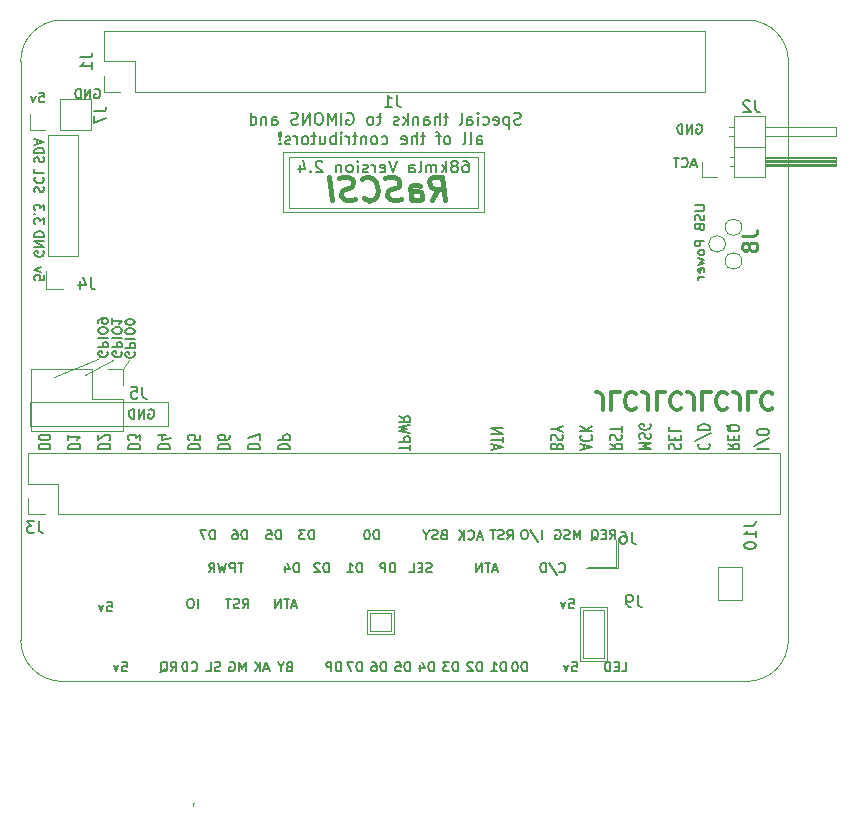
<source format=gbr>
%TF.GenerationSoftware,KiCad,Pcbnew,(5.1.7-7-g831c51c875)-1*%
%TF.CreationDate,2021-01-07T08:30:11-06:00*%
%TF.ProjectId,rascsi_2p4,72617363-7369-45f3-9270-342e6b696361,rev?*%
%TF.SameCoordinates,PX59d60c0PY325aa00*%
%TF.FileFunction,Legend,Bot*%
%TF.FilePolarity,Positive*%
%FSLAX46Y46*%
G04 Gerber Fmt 4.6, Leading zero omitted, Abs format (unit mm)*
G04 Created by KiCad (PCBNEW (5.1.7-7-g831c51c875)-1) date 2021-01-07 08:30:11*
%MOMM*%
%LPD*%
G01*
G04 APERTURE LIST*
%ADD10C,0.150000*%
%ADD11C,0.120000*%
%ADD12C,0.300000*%
%ADD13C,0.230000*%
%ADD14C,0.400000*%
%TA.AperFunction,Profile*%
%ADD15C,0.050000*%
%TD*%
G04 APERTURE END LIST*
D10*
X141558380Y-32512476D02*
X142272666Y-32512476D01*
X142415523Y-32464857D01*
X142510761Y-32369619D01*
X142558380Y-32226761D01*
X142558380Y-32131523D01*
X142558380Y-33512476D02*
X142558380Y-32941047D01*
X142558380Y-33226761D02*
X141558380Y-33226761D01*
X141701238Y-33131523D01*
X141796476Y-33036285D01*
X141844095Y-32941047D01*
X141558380Y-34131523D02*
X141558380Y-34226761D01*
X141606000Y-34322000D01*
X141653619Y-34369619D01*
X141748857Y-34417238D01*
X141939333Y-34464857D01*
X142177428Y-34464857D01*
X142367904Y-34417238D01*
X142463142Y-34369619D01*
X142510761Y-34322000D01*
X142558380Y-34226761D01*
X142558380Y-34131523D01*
X142510761Y-34036285D01*
X142463142Y-33988666D01*
X142367904Y-33941047D01*
X142177428Y-33893428D01*
X141939333Y-33893428D01*
X141748857Y-33941047D01*
X141653619Y-33988666D01*
X141606000Y-34036285D01*
X141558380Y-34131523D01*
X132533333Y-38362380D02*
X132533333Y-39076666D01*
X132580952Y-39219523D01*
X132676190Y-39314761D01*
X132819047Y-39362380D01*
X132914285Y-39362380D01*
X132009523Y-39362380D02*
X131819047Y-39362380D01*
X131723809Y-39314761D01*
X131676190Y-39267142D01*
X131580952Y-39124285D01*
X131533333Y-38933809D01*
X131533333Y-38552857D01*
X131580952Y-38457619D01*
X131628571Y-38410000D01*
X131723809Y-38362380D01*
X131914285Y-38362380D01*
X132009523Y-38410000D01*
X132057142Y-38457619D01*
X132104761Y-38552857D01*
X132104761Y-38790952D01*
X132057142Y-38886190D01*
X132009523Y-38933809D01*
X131914285Y-38981428D01*
X131723809Y-38981428D01*
X131628571Y-38933809D01*
X131580952Y-38886190D01*
X131533333Y-38790952D01*
D11*
X109594000Y-41704000D02*
X109594000Y-39672000D01*
X111880000Y-41704000D02*
X109594000Y-41704000D01*
X111880000Y-39672000D02*
X111880000Y-41704000D01*
X109594000Y-39672000D02*
X111880000Y-39672000D01*
X109848000Y-41450000D02*
X109848000Y-39926000D01*
X111626000Y-41450000D02*
X109848000Y-41450000D01*
X111626000Y-39926000D02*
X111626000Y-41450000D01*
X109848000Y-39926000D02*
X111626000Y-39926000D01*
X127628000Y-39418000D02*
X129914000Y-39418000D01*
X127628000Y-43990000D02*
X127628000Y-39418000D01*
X129914000Y-43990000D02*
X127628000Y-43990000D01*
X129914000Y-39418000D02*
X129914000Y-43990000D01*
X127882000Y-43736000D02*
X127882000Y-39672000D01*
X129660000Y-43736000D02*
X127882000Y-43736000D01*
X129660000Y-39672000D02*
X129660000Y-43736000D01*
X127882000Y-39672000D02*
X129660000Y-39672000D01*
D10*
X103650285Y-39297333D02*
X103269333Y-39297333D01*
X103726476Y-39525904D02*
X103459809Y-38725904D01*
X103193142Y-39525904D01*
X103040761Y-38725904D02*
X102583619Y-38725904D01*
X102812190Y-39525904D02*
X102812190Y-38725904D01*
X102316952Y-39525904D02*
X102316952Y-38725904D01*
X101859809Y-39525904D01*
X101859809Y-38725904D01*
X99110095Y-39525904D02*
X99376761Y-39144952D01*
X99567238Y-39525904D02*
X99567238Y-38725904D01*
X99262476Y-38725904D01*
X99186285Y-38764000D01*
X99148190Y-38802095D01*
X99110095Y-38878285D01*
X99110095Y-38992571D01*
X99148190Y-39068761D01*
X99186285Y-39106857D01*
X99262476Y-39144952D01*
X99567238Y-39144952D01*
X98805333Y-39487809D02*
X98691047Y-39525904D01*
X98500571Y-39525904D01*
X98424380Y-39487809D01*
X98386285Y-39449714D01*
X98348190Y-39373523D01*
X98348190Y-39297333D01*
X98386285Y-39221142D01*
X98424380Y-39183047D01*
X98500571Y-39144952D01*
X98652952Y-39106857D01*
X98729142Y-39068761D01*
X98767238Y-39030666D01*
X98805333Y-38954476D01*
X98805333Y-38878285D01*
X98767238Y-38802095D01*
X98729142Y-38764000D01*
X98652952Y-38725904D01*
X98462476Y-38725904D01*
X98348190Y-38764000D01*
X98119619Y-38725904D02*
X97662476Y-38725904D01*
X97891047Y-39525904D02*
X97891047Y-38725904D01*
X95281047Y-39525904D02*
X95281047Y-38725904D01*
X94747714Y-38725904D02*
X94595333Y-38725904D01*
X94519142Y-38764000D01*
X94442952Y-38840190D01*
X94404857Y-38992571D01*
X94404857Y-39259238D01*
X94442952Y-39411619D01*
X94519142Y-39487809D01*
X94595333Y-39525904D01*
X94747714Y-39525904D01*
X94823904Y-39487809D01*
X94900095Y-39411619D01*
X94938190Y-39259238D01*
X94938190Y-38992571D01*
X94900095Y-38840190D01*
X94823904Y-38764000D01*
X94747714Y-38725904D01*
X87610285Y-38979904D02*
X87991238Y-38979904D01*
X88029333Y-39360857D01*
X87991238Y-39322761D01*
X87915047Y-39284666D01*
X87724571Y-39284666D01*
X87648380Y-39322761D01*
X87610285Y-39360857D01*
X87572190Y-39437047D01*
X87572190Y-39627523D01*
X87610285Y-39703714D01*
X87648380Y-39741809D01*
X87724571Y-39779904D01*
X87915047Y-39779904D01*
X87991238Y-39741809D01*
X88029333Y-39703714D01*
X87305523Y-39246571D02*
X87115047Y-39779904D01*
X86924571Y-39246571D01*
X126726285Y-38725904D02*
X127107238Y-38725904D01*
X127145333Y-39106857D01*
X127107238Y-39068761D01*
X127031047Y-39030666D01*
X126840571Y-39030666D01*
X126764380Y-39068761D01*
X126726285Y-39106857D01*
X126688190Y-39183047D01*
X126688190Y-39373523D01*
X126726285Y-39449714D01*
X126764380Y-39487809D01*
X126840571Y-39525904D01*
X127031047Y-39525904D01*
X127107238Y-39487809D01*
X127145333Y-39449714D01*
X126421523Y-38992571D02*
X126231047Y-39525904D01*
X126040571Y-38992571D01*
X131190285Y-44859904D02*
X131571238Y-44859904D01*
X131571238Y-44059904D01*
X130923619Y-44440857D02*
X130656952Y-44440857D01*
X130542666Y-44859904D02*
X130923619Y-44859904D01*
X130923619Y-44059904D01*
X130542666Y-44059904D01*
X130199809Y-44859904D02*
X130199809Y-44059904D01*
X130009333Y-44059904D01*
X129895047Y-44098000D01*
X129818857Y-44174190D01*
X129780761Y-44250380D01*
X129742666Y-44402761D01*
X129742666Y-44517047D01*
X129780761Y-44669428D01*
X129818857Y-44745619D01*
X129895047Y-44821809D01*
X130009333Y-44859904D01*
X130199809Y-44859904D01*
X126980285Y-44059904D02*
X127361238Y-44059904D01*
X127399333Y-44440857D01*
X127361238Y-44402761D01*
X127285047Y-44364666D01*
X127094571Y-44364666D01*
X127018380Y-44402761D01*
X126980285Y-44440857D01*
X126942190Y-44517047D01*
X126942190Y-44707523D01*
X126980285Y-44783714D01*
X127018380Y-44821809D01*
X127094571Y-44859904D01*
X127285047Y-44859904D01*
X127361238Y-44821809D01*
X127399333Y-44783714D01*
X126675523Y-44326571D02*
X126485047Y-44859904D01*
X126294571Y-44326571D01*
X88880285Y-44059904D02*
X89261238Y-44059904D01*
X89299333Y-44440857D01*
X89261238Y-44402761D01*
X89185047Y-44364666D01*
X88994571Y-44364666D01*
X88918380Y-44402761D01*
X88880285Y-44440857D01*
X88842190Y-44517047D01*
X88842190Y-44707523D01*
X88880285Y-44783714D01*
X88918380Y-44821809D01*
X88994571Y-44859904D01*
X89185047Y-44859904D01*
X89261238Y-44821809D01*
X89299333Y-44783714D01*
X88575523Y-44326571D02*
X88385047Y-44859904D01*
X88194571Y-44326571D01*
X93001428Y-44859904D02*
X93268095Y-44478952D01*
X93458571Y-44859904D02*
X93458571Y-44059904D01*
X93153809Y-44059904D01*
X93077619Y-44098000D01*
X93039523Y-44136095D01*
X93001428Y-44212285D01*
X93001428Y-44326571D01*
X93039523Y-44402761D01*
X93077619Y-44440857D01*
X93153809Y-44478952D01*
X93458571Y-44478952D01*
X92125238Y-44936095D02*
X92201428Y-44898000D01*
X92277619Y-44821809D01*
X92391904Y-44707523D01*
X92468095Y-44669428D01*
X92544285Y-44669428D01*
X92506190Y-44859904D02*
X92582380Y-44821809D01*
X92658571Y-44745619D01*
X92696666Y-44593238D01*
X92696666Y-44326571D01*
X92658571Y-44174190D01*
X92582380Y-44098000D01*
X92506190Y-44059904D01*
X92353809Y-44059904D01*
X92277619Y-44098000D01*
X92201428Y-44174190D01*
X92163333Y-44326571D01*
X92163333Y-44593238D01*
X92201428Y-44745619D01*
X92277619Y-44821809D01*
X92353809Y-44859904D01*
X92506190Y-44859904D01*
X94760380Y-44783714D02*
X94798476Y-44821809D01*
X94912761Y-44859904D01*
X94988952Y-44859904D01*
X95103238Y-44821809D01*
X95179428Y-44745619D01*
X95217523Y-44669428D01*
X95255619Y-44517047D01*
X95255619Y-44402761D01*
X95217523Y-44250380D01*
X95179428Y-44174190D01*
X95103238Y-44098000D01*
X94988952Y-44059904D01*
X94912761Y-44059904D01*
X94798476Y-44098000D01*
X94760380Y-44136095D01*
X94417523Y-44859904D02*
X94417523Y-44059904D01*
X94227047Y-44059904D01*
X94112761Y-44098000D01*
X94036571Y-44174190D01*
X93998476Y-44250380D01*
X93960380Y-44402761D01*
X93960380Y-44517047D01*
X93998476Y-44669428D01*
X94036571Y-44745619D01*
X94112761Y-44821809D01*
X94227047Y-44859904D01*
X94417523Y-44859904D01*
X97192380Y-44821809D02*
X97078095Y-44859904D01*
X96887619Y-44859904D01*
X96811428Y-44821809D01*
X96773333Y-44783714D01*
X96735238Y-44707523D01*
X96735238Y-44631333D01*
X96773333Y-44555142D01*
X96811428Y-44517047D01*
X96887619Y-44478952D01*
X97040000Y-44440857D01*
X97116190Y-44402761D01*
X97154285Y-44364666D01*
X97192380Y-44288476D01*
X97192380Y-44212285D01*
X97154285Y-44136095D01*
X97116190Y-44098000D01*
X97040000Y-44059904D01*
X96849523Y-44059904D01*
X96735238Y-44098000D01*
X96011428Y-44859904D02*
X96392380Y-44859904D01*
X96392380Y-44059904D01*
X99338666Y-44859904D02*
X99338666Y-44059904D01*
X99072000Y-44631333D01*
X98805333Y-44059904D01*
X98805333Y-44859904D01*
X98005333Y-44098000D02*
X98081523Y-44059904D01*
X98195809Y-44059904D01*
X98310095Y-44098000D01*
X98386285Y-44174190D01*
X98424380Y-44250380D01*
X98462476Y-44402761D01*
X98462476Y-44517047D01*
X98424380Y-44669428D01*
X98386285Y-44745619D01*
X98310095Y-44821809D01*
X98195809Y-44859904D01*
X98119619Y-44859904D01*
X98005333Y-44821809D01*
X97967238Y-44783714D01*
X97967238Y-44517047D01*
X98119619Y-44517047D01*
X101294476Y-44631333D02*
X100913523Y-44631333D01*
X101370666Y-44859904D02*
X101104000Y-44059904D01*
X100837333Y-44859904D01*
X100570666Y-44859904D02*
X100570666Y-44059904D01*
X100113523Y-44859904D02*
X100456380Y-44402761D01*
X100113523Y-44059904D02*
X100570666Y-44517047D01*
X103021714Y-44440857D02*
X102907428Y-44478952D01*
X102869333Y-44517047D01*
X102831238Y-44593238D01*
X102831238Y-44707523D01*
X102869333Y-44783714D01*
X102907428Y-44821809D01*
X102983619Y-44859904D01*
X103288380Y-44859904D01*
X103288380Y-44059904D01*
X103021714Y-44059904D01*
X102945523Y-44098000D01*
X102907428Y-44136095D01*
X102869333Y-44212285D01*
X102869333Y-44288476D01*
X102907428Y-44364666D01*
X102945523Y-44402761D01*
X103021714Y-44440857D01*
X103288380Y-44440857D01*
X102336000Y-44478952D02*
X102336000Y-44859904D01*
X102602666Y-44059904D02*
X102336000Y-44478952D01*
X102069333Y-44059904D01*
X123138476Y-44859904D02*
X123138476Y-44059904D01*
X122948000Y-44059904D01*
X122833714Y-44098000D01*
X122757523Y-44174190D01*
X122719428Y-44250380D01*
X122681333Y-44402761D01*
X122681333Y-44517047D01*
X122719428Y-44669428D01*
X122757523Y-44745619D01*
X122833714Y-44821809D01*
X122948000Y-44859904D01*
X123138476Y-44859904D01*
X122186095Y-44059904D02*
X122109904Y-44059904D01*
X122033714Y-44098000D01*
X121995619Y-44136095D01*
X121957523Y-44212285D01*
X121919428Y-44364666D01*
X121919428Y-44555142D01*
X121957523Y-44707523D01*
X121995619Y-44783714D01*
X122033714Y-44821809D01*
X122109904Y-44859904D01*
X122186095Y-44859904D01*
X122262285Y-44821809D01*
X122300380Y-44783714D01*
X122338476Y-44707523D01*
X122376571Y-44555142D01*
X122376571Y-44364666D01*
X122338476Y-44212285D01*
X122300380Y-44136095D01*
X122262285Y-44098000D01*
X122186095Y-44059904D01*
X121360476Y-44859904D02*
X121360476Y-44059904D01*
X121170000Y-44059904D01*
X121055714Y-44098000D01*
X120979523Y-44174190D01*
X120941428Y-44250380D01*
X120903333Y-44402761D01*
X120903333Y-44517047D01*
X120941428Y-44669428D01*
X120979523Y-44745619D01*
X121055714Y-44821809D01*
X121170000Y-44859904D01*
X121360476Y-44859904D01*
X120141428Y-44859904D02*
X120598571Y-44859904D01*
X120370000Y-44859904D02*
X120370000Y-44059904D01*
X120446190Y-44174190D01*
X120522380Y-44250380D01*
X120598571Y-44288476D01*
X119328476Y-44859904D02*
X119328476Y-44059904D01*
X119138000Y-44059904D01*
X119023714Y-44098000D01*
X118947523Y-44174190D01*
X118909428Y-44250380D01*
X118871333Y-44402761D01*
X118871333Y-44517047D01*
X118909428Y-44669428D01*
X118947523Y-44745619D01*
X119023714Y-44821809D01*
X119138000Y-44859904D01*
X119328476Y-44859904D01*
X118566571Y-44136095D02*
X118528476Y-44098000D01*
X118452285Y-44059904D01*
X118261809Y-44059904D01*
X118185619Y-44098000D01*
X118147523Y-44136095D01*
X118109428Y-44212285D01*
X118109428Y-44288476D01*
X118147523Y-44402761D01*
X118604666Y-44859904D01*
X118109428Y-44859904D01*
X117296476Y-44859904D02*
X117296476Y-44059904D01*
X117106000Y-44059904D01*
X116991714Y-44098000D01*
X116915523Y-44174190D01*
X116877428Y-44250380D01*
X116839333Y-44402761D01*
X116839333Y-44517047D01*
X116877428Y-44669428D01*
X116915523Y-44745619D01*
X116991714Y-44821809D01*
X117106000Y-44859904D01*
X117296476Y-44859904D01*
X116572666Y-44059904D02*
X116077428Y-44059904D01*
X116344095Y-44364666D01*
X116229809Y-44364666D01*
X116153619Y-44402761D01*
X116115523Y-44440857D01*
X116077428Y-44517047D01*
X116077428Y-44707523D01*
X116115523Y-44783714D01*
X116153619Y-44821809D01*
X116229809Y-44859904D01*
X116458380Y-44859904D01*
X116534571Y-44821809D01*
X116572666Y-44783714D01*
X115264476Y-44859904D02*
X115264476Y-44059904D01*
X115074000Y-44059904D01*
X114959714Y-44098000D01*
X114883523Y-44174190D01*
X114845428Y-44250380D01*
X114807333Y-44402761D01*
X114807333Y-44517047D01*
X114845428Y-44669428D01*
X114883523Y-44745619D01*
X114959714Y-44821809D01*
X115074000Y-44859904D01*
X115264476Y-44859904D01*
X114121619Y-44326571D02*
X114121619Y-44859904D01*
X114312095Y-44021809D02*
X114502571Y-44593238D01*
X114007333Y-44593238D01*
X113232476Y-44859904D02*
X113232476Y-44059904D01*
X113042000Y-44059904D01*
X112927714Y-44098000D01*
X112851523Y-44174190D01*
X112813428Y-44250380D01*
X112775333Y-44402761D01*
X112775333Y-44517047D01*
X112813428Y-44669428D01*
X112851523Y-44745619D01*
X112927714Y-44821809D01*
X113042000Y-44859904D01*
X113232476Y-44859904D01*
X112051523Y-44059904D02*
X112432476Y-44059904D01*
X112470571Y-44440857D01*
X112432476Y-44402761D01*
X112356285Y-44364666D01*
X112165809Y-44364666D01*
X112089619Y-44402761D01*
X112051523Y-44440857D01*
X112013428Y-44517047D01*
X112013428Y-44707523D01*
X112051523Y-44783714D01*
X112089619Y-44821809D01*
X112165809Y-44859904D01*
X112356285Y-44859904D01*
X112432476Y-44821809D01*
X112470571Y-44783714D01*
X111200476Y-44859904D02*
X111200476Y-44059904D01*
X111010000Y-44059904D01*
X110895714Y-44098000D01*
X110819523Y-44174190D01*
X110781428Y-44250380D01*
X110743333Y-44402761D01*
X110743333Y-44517047D01*
X110781428Y-44669428D01*
X110819523Y-44745619D01*
X110895714Y-44821809D01*
X111010000Y-44859904D01*
X111200476Y-44859904D01*
X110057619Y-44059904D02*
X110210000Y-44059904D01*
X110286190Y-44098000D01*
X110324285Y-44136095D01*
X110400476Y-44250380D01*
X110438571Y-44402761D01*
X110438571Y-44707523D01*
X110400476Y-44783714D01*
X110362380Y-44821809D01*
X110286190Y-44859904D01*
X110133809Y-44859904D01*
X110057619Y-44821809D01*
X110019523Y-44783714D01*
X109981428Y-44707523D01*
X109981428Y-44517047D01*
X110019523Y-44440857D01*
X110057619Y-44402761D01*
X110133809Y-44364666D01*
X110286190Y-44364666D01*
X110362380Y-44402761D01*
X110400476Y-44440857D01*
X110438571Y-44517047D01*
X109168476Y-44859904D02*
X109168476Y-44059904D01*
X108978000Y-44059904D01*
X108863714Y-44098000D01*
X108787523Y-44174190D01*
X108749428Y-44250380D01*
X108711333Y-44402761D01*
X108711333Y-44517047D01*
X108749428Y-44669428D01*
X108787523Y-44745619D01*
X108863714Y-44821809D01*
X108978000Y-44859904D01*
X109168476Y-44859904D01*
X108444666Y-44059904D02*
X107911333Y-44059904D01*
X108254190Y-44859904D01*
X107409523Y-44859904D02*
X107409523Y-44059904D01*
X107219047Y-44059904D01*
X107104761Y-44098000D01*
X107028571Y-44174190D01*
X106990476Y-44250380D01*
X106952380Y-44402761D01*
X106952380Y-44517047D01*
X106990476Y-44669428D01*
X107028571Y-44745619D01*
X107104761Y-44821809D01*
X107219047Y-44859904D01*
X107409523Y-44859904D01*
X106609523Y-44859904D02*
X106609523Y-44059904D01*
X106304761Y-44059904D01*
X106228571Y-44098000D01*
X106190476Y-44136095D01*
X106152380Y-44212285D01*
X106152380Y-44326571D01*
X106190476Y-44402761D01*
X106228571Y-44440857D01*
X106304761Y-44478952D01*
X106609523Y-44478952D01*
D12*
X129589428Y-22713428D02*
X129589428Y-21642000D01*
X129518000Y-21427714D01*
X129375142Y-21284857D01*
X129160857Y-21213428D01*
X129018000Y-21213428D01*
X131018000Y-21213428D02*
X130303714Y-21213428D01*
X130303714Y-22713428D01*
X132375142Y-21356285D02*
X132303714Y-21284857D01*
X132089428Y-21213428D01*
X131946571Y-21213428D01*
X131732285Y-21284857D01*
X131589428Y-21427714D01*
X131518000Y-21570571D01*
X131446571Y-21856285D01*
X131446571Y-22070571D01*
X131518000Y-22356285D01*
X131589428Y-22499142D01*
X131732285Y-22642000D01*
X131946571Y-22713428D01*
X132089428Y-22713428D01*
X132303714Y-22642000D01*
X132375142Y-22570571D01*
X133446571Y-22713428D02*
X133446571Y-21642000D01*
X133375142Y-21427714D01*
X133232285Y-21284857D01*
X133018000Y-21213428D01*
X132875142Y-21213428D01*
X134875142Y-21213428D02*
X134160857Y-21213428D01*
X134160857Y-22713428D01*
X136232285Y-21356285D02*
X136160857Y-21284857D01*
X135946571Y-21213428D01*
X135803714Y-21213428D01*
X135589428Y-21284857D01*
X135446571Y-21427714D01*
X135375142Y-21570571D01*
X135303714Y-21856285D01*
X135303714Y-22070571D01*
X135375142Y-22356285D01*
X135446571Y-22499142D01*
X135589428Y-22642000D01*
X135803714Y-22713428D01*
X135946571Y-22713428D01*
X136160857Y-22642000D01*
X136232285Y-22570571D01*
X137303714Y-22713428D02*
X137303714Y-21642000D01*
X137232285Y-21427714D01*
X137089428Y-21284857D01*
X136875142Y-21213428D01*
X136732285Y-21213428D01*
X138732285Y-21213428D02*
X138018000Y-21213428D01*
X138018000Y-22713428D01*
X140089428Y-21356285D02*
X140018000Y-21284857D01*
X139803714Y-21213428D01*
X139660857Y-21213428D01*
X139446571Y-21284857D01*
X139303714Y-21427714D01*
X139232285Y-21570571D01*
X139160857Y-21856285D01*
X139160857Y-22070571D01*
X139232285Y-22356285D01*
X139303714Y-22499142D01*
X139446571Y-22642000D01*
X139660857Y-22713428D01*
X139803714Y-22713428D01*
X140018000Y-22642000D01*
X140089428Y-22570571D01*
X141160857Y-22713428D02*
X141160857Y-21642000D01*
X141089428Y-21427714D01*
X140946571Y-21284857D01*
X140732285Y-21213428D01*
X140589428Y-21213428D01*
X142589428Y-21213428D02*
X141875142Y-21213428D01*
X141875142Y-22713428D01*
X143946571Y-21356285D02*
X143875142Y-21284857D01*
X143660857Y-21213428D01*
X143518000Y-21213428D01*
X143303714Y-21284857D01*
X143160857Y-21427714D01*
X143089428Y-21570571D01*
X143018000Y-21856285D01*
X143018000Y-22070571D01*
X143089428Y-22356285D01*
X143160857Y-22499142D01*
X143303714Y-22642000D01*
X143518000Y-22713428D01*
X143660857Y-22713428D01*
X143875142Y-22642000D01*
X143946571Y-22570571D01*
D10*
X124402095Y-33683904D02*
X124402095Y-32883904D01*
X123449714Y-32845809D02*
X124135428Y-33874380D01*
X123030666Y-32883904D02*
X122878285Y-32883904D01*
X122802095Y-32922000D01*
X122725904Y-32998190D01*
X122687809Y-33150571D01*
X122687809Y-33417238D01*
X122725904Y-33569619D01*
X122802095Y-33645809D01*
X122878285Y-33683904D01*
X123030666Y-33683904D01*
X123106857Y-33645809D01*
X123183047Y-33569619D01*
X123221142Y-33417238D01*
X123221142Y-33150571D01*
X123183047Y-32998190D01*
X123106857Y-32922000D01*
X123030666Y-32883904D01*
X121503095Y-33683904D02*
X121769761Y-33302952D01*
X121960238Y-33683904D02*
X121960238Y-32883904D01*
X121655476Y-32883904D01*
X121579285Y-32922000D01*
X121541190Y-32960095D01*
X121503095Y-33036285D01*
X121503095Y-33150571D01*
X121541190Y-33226761D01*
X121579285Y-33264857D01*
X121655476Y-33302952D01*
X121960238Y-33302952D01*
X121198333Y-33645809D02*
X121084047Y-33683904D01*
X120893571Y-33683904D01*
X120817380Y-33645809D01*
X120779285Y-33607714D01*
X120741190Y-33531523D01*
X120741190Y-33455333D01*
X120779285Y-33379142D01*
X120817380Y-33341047D01*
X120893571Y-33302952D01*
X121045952Y-33264857D01*
X121122142Y-33226761D01*
X121160238Y-33188666D01*
X121198333Y-33112476D01*
X121198333Y-33036285D01*
X121160238Y-32960095D01*
X121122142Y-32922000D01*
X121045952Y-32883904D01*
X120855476Y-32883904D01*
X120741190Y-32922000D01*
X120512619Y-32883904D02*
X120055476Y-32883904D01*
X120284047Y-33683904D02*
X120284047Y-32883904D01*
X115080285Y-36439809D02*
X114966000Y-36477904D01*
X114775523Y-36477904D01*
X114699333Y-36439809D01*
X114661238Y-36401714D01*
X114623142Y-36325523D01*
X114623142Y-36249333D01*
X114661238Y-36173142D01*
X114699333Y-36135047D01*
X114775523Y-36096952D01*
X114927904Y-36058857D01*
X115004095Y-36020761D01*
X115042190Y-35982666D01*
X115080285Y-35906476D01*
X115080285Y-35830285D01*
X115042190Y-35754095D01*
X115004095Y-35716000D01*
X114927904Y-35677904D01*
X114737428Y-35677904D01*
X114623142Y-35716000D01*
X114280285Y-36058857D02*
X114013619Y-36058857D01*
X113899333Y-36477904D02*
X114280285Y-36477904D01*
X114280285Y-35677904D01*
X113899333Y-35677904D01*
X113175523Y-36477904D02*
X113556476Y-36477904D01*
X113556476Y-35677904D01*
X110606476Y-33683904D02*
X110606476Y-32883904D01*
X110416000Y-32883904D01*
X110301714Y-32922000D01*
X110225523Y-32998190D01*
X110187428Y-33074380D01*
X110149333Y-33226761D01*
X110149333Y-33341047D01*
X110187428Y-33493428D01*
X110225523Y-33569619D01*
X110301714Y-33645809D01*
X110416000Y-33683904D01*
X110606476Y-33683904D01*
X109654095Y-32883904D02*
X109577904Y-32883904D01*
X109501714Y-32922000D01*
X109463619Y-32960095D01*
X109425523Y-33036285D01*
X109387428Y-33188666D01*
X109387428Y-33379142D01*
X109425523Y-33531523D01*
X109463619Y-33607714D01*
X109501714Y-33645809D01*
X109577904Y-33683904D01*
X109654095Y-33683904D01*
X109730285Y-33645809D01*
X109768380Y-33607714D01*
X109806476Y-33531523D01*
X109844571Y-33379142D01*
X109844571Y-33188666D01*
X109806476Y-33036285D01*
X109768380Y-32960095D01*
X109730285Y-32922000D01*
X109654095Y-32883904D01*
X102310476Y-33683904D02*
X102310476Y-32883904D01*
X102120000Y-32883904D01*
X102005714Y-32922000D01*
X101929523Y-32998190D01*
X101891428Y-33074380D01*
X101853333Y-33226761D01*
X101853333Y-33341047D01*
X101891428Y-33493428D01*
X101929523Y-33569619D01*
X102005714Y-33645809D01*
X102120000Y-33683904D01*
X102310476Y-33683904D01*
X101129523Y-32883904D02*
X101510476Y-32883904D01*
X101548571Y-33264857D01*
X101510476Y-33226761D01*
X101434285Y-33188666D01*
X101243809Y-33188666D01*
X101167619Y-33226761D01*
X101129523Y-33264857D01*
X101091428Y-33341047D01*
X101091428Y-33531523D01*
X101129523Y-33607714D01*
X101167619Y-33645809D01*
X101243809Y-33683904D01*
X101434285Y-33683904D01*
X101510476Y-33645809D01*
X101548571Y-33607714D01*
X116102666Y-33264857D02*
X115988380Y-33302952D01*
X115950285Y-33341047D01*
X115912190Y-33417238D01*
X115912190Y-33531523D01*
X115950285Y-33607714D01*
X115988380Y-33645809D01*
X116064571Y-33683904D01*
X116369333Y-33683904D01*
X116369333Y-32883904D01*
X116102666Y-32883904D01*
X116026476Y-32922000D01*
X115988380Y-32960095D01*
X115950285Y-33036285D01*
X115950285Y-33112476D01*
X115988380Y-33188666D01*
X116026476Y-33226761D01*
X116102666Y-33264857D01*
X116369333Y-33264857D01*
X115607428Y-33645809D02*
X115493142Y-33683904D01*
X115302666Y-33683904D01*
X115226476Y-33645809D01*
X115188380Y-33607714D01*
X115150285Y-33531523D01*
X115150285Y-33455333D01*
X115188380Y-33379142D01*
X115226476Y-33341047D01*
X115302666Y-33302952D01*
X115455047Y-33264857D01*
X115531238Y-33226761D01*
X115569333Y-33188666D01*
X115607428Y-33112476D01*
X115607428Y-33036285D01*
X115569333Y-32960095D01*
X115531238Y-32922000D01*
X115455047Y-32883904D01*
X115264571Y-32883904D01*
X115150285Y-32922000D01*
X114655047Y-33302952D02*
X114655047Y-33683904D01*
X114921714Y-32883904D02*
X114655047Y-33302952D01*
X114388380Y-32883904D01*
X99430476Y-33683904D02*
X99430476Y-32883904D01*
X99240000Y-32883904D01*
X99125714Y-32922000D01*
X99049523Y-32998190D01*
X99011428Y-33074380D01*
X98973333Y-33226761D01*
X98973333Y-33341047D01*
X99011428Y-33493428D01*
X99049523Y-33569619D01*
X99125714Y-33645809D01*
X99240000Y-33683904D01*
X99430476Y-33683904D01*
X98287619Y-32883904D02*
X98440000Y-32883904D01*
X98516190Y-32922000D01*
X98554285Y-32960095D01*
X98630476Y-33074380D01*
X98668571Y-33226761D01*
X98668571Y-33531523D01*
X98630476Y-33607714D01*
X98592380Y-33645809D01*
X98516190Y-33683904D01*
X98363809Y-33683904D01*
X98287619Y-33645809D01*
X98249523Y-33607714D01*
X98211428Y-33531523D01*
X98211428Y-33341047D01*
X98249523Y-33264857D01*
X98287619Y-33226761D01*
X98363809Y-33188666D01*
X98516190Y-33188666D01*
X98592380Y-33226761D01*
X98630476Y-33264857D01*
X98668571Y-33341047D01*
X109168476Y-36477904D02*
X109168476Y-35677904D01*
X108978000Y-35677904D01*
X108863714Y-35716000D01*
X108787523Y-35792190D01*
X108749428Y-35868380D01*
X108711333Y-36020761D01*
X108711333Y-36135047D01*
X108749428Y-36287428D01*
X108787523Y-36363619D01*
X108863714Y-36439809D01*
X108978000Y-36477904D01*
X109168476Y-36477904D01*
X107949428Y-36477904D02*
X108406571Y-36477904D01*
X108178000Y-36477904D02*
X108178000Y-35677904D01*
X108254190Y-35792190D01*
X108330380Y-35868380D01*
X108406571Y-35906476D01*
X103834476Y-36477904D02*
X103834476Y-35677904D01*
X103644000Y-35677904D01*
X103529714Y-35716000D01*
X103453523Y-35792190D01*
X103415428Y-35868380D01*
X103377333Y-36020761D01*
X103377333Y-36135047D01*
X103415428Y-36287428D01*
X103453523Y-36363619D01*
X103529714Y-36439809D01*
X103644000Y-36477904D01*
X103834476Y-36477904D01*
X102691619Y-35944571D02*
X102691619Y-36477904D01*
X102882095Y-35639809D02*
X103072571Y-36211238D01*
X102577333Y-36211238D01*
X106374476Y-36477904D02*
X106374476Y-35677904D01*
X106184000Y-35677904D01*
X106069714Y-35716000D01*
X105993523Y-35792190D01*
X105955428Y-35868380D01*
X105917333Y-36020761D01*
X105917333Y-36135047D01*
X105955428Y-36287428D01*
X105993523Y-36363619D01*
X106069714Y-36439809D01*
X106184000Y-36477904D01*
X106374476Y-36477904D01*
X105612571Y-35754095D02*
X105574476Y-35716000D01*
X105498285Y-35677904D01*
X105307809Y-35677904D01*
X105231619Y-35716000D01*
X105193523Y-35754095D01*
X105155428Y-35830285D01*
X105155428Y-35906476D01*
X105193523Y-36020761D01*
X105650666Y-36477904D01*
X105155428Y-36477904D01*
X127659619Y-33683904D02*
X127659619Y-32883904D01*
X127392952Y-33455333D01*
X127126285Y-32883904D01*
X127126285Y-33683904D01*
X126783428Y-33645809D02*
X126669142Y-33683904D01*
X126478666Y-33683904D01*
X126402476Y-33645809D01*
X126364380Y-33607714D01*
X126326285Y-33531523D01*
X126326285Y-33455333D01*
X126364380Y-33379142D01*
X126402476Y-33341047D01*
X126478666Y-33302952D01*
X126631047Y-33264857D01*
X126707238Y-33226761D01*
X126745333Y-33188666D01*
X126783428Y-33112476D01*
X126783428Y-33036285D01*
X126745333Y-32960095D01*
X126707238Y-32922000D01*
X126631047Y-32883904D01*
X126440571Y-32883904D01*
X126326285Y-32922000D01*
X125564380Y-32922000D02*
X125640571Y-32883904D01*
X125754857Y-32883904D01*
X125869142Y-32922000D01*
X125945333Y-32998190D01*
X125983428Y-33074380D01*
X126021523Y-33226761D01*
X126021523Y-33341047D01*
X125983428Y-33493428D01*
X125945333Y-33569619D01*
X125869142Y-33645809D01*
X125754857Y-33683904D01*
X125678666Y-33683904D01*
X125564380Y-33645809D01*
X125526285Y-33607714D01*
X125526285Y-33341047D01*
X125678666Y-33341047D01*
X99141714Y-35677904D02*
X98684571Y-35677904D01*
X98913142Y-36477904D02*
X98913142Y-35677904D01*
X98417904Y-36477904D02*
X98417904Y-35677904D01*
X98113142Y-35677904D01*
X98036952Y-35716000D01*
X97998857Y-35754095D01*
X97960761Y-35830285D01*
X97960761Y-35944571D01*
X97998857Y-36020761D01*
X98036952Y-36058857D01*
X98113142Y-36096952D01*
X98417904Y-36096952D01*
X97694095Y-35677904D02*
X97503619Y-36477904D01*
X97351238Y-35906476D01*
X97198857Y-36477904D01*
X97008380Y-35677904D01*
X96246476Y-36477904D02*
X96513142Y-36096952D01*
X96703619Y-36477904D02*
X96703619Y-35677904D01*
X96398857Y-35677904D01*
X96322666Y-35716000D01*
X96284571Y-35754095D01*
X96246476Y-35830285D01*
X96246476Y-35944571D01*
X96284571Y-36020761D01*
X96322666Y-36058857D01*
X96398857Y-36096952D01*
X96703619Y-36096952D01*
X105104476Y-33683904D02*
X105104476Y-32883904D01*
X104914000Y-32883904D01*
X104799714Y-32922000D01*
X104723523Y-32998190D01*
X104685428Y-33074380D01*
X104647333Y-33226761D01*
X104647333Y-33341047D01*
X104685428Y-33493428D01*
X104723523Y-33569619D01*
X104799714Y-33645809D01*
X104914000Y-33683904D01*
X105104476Y-33683904D01*
X104380666Y-32883904D02*
X103885428Y-32883904D01*
X104152095Y-33188666D01*
X104037809Y-33188666D01*
X103961619Y-33226761D01*
X103923523Y-33264857D01*
X103885428Y-33341047D01*
X103885428Y-33531523D01*
X103923523Y-33607714D01*
X103961619Y-33645809D01*
X104037809Y-33683904D01*
X104266380Y-33683904D01*
X104342571Y-33645809D01*
X104380666Y-33607714D01*
X125913428Y-36401714D02*
X125951523Y-36439809D01*
X126065809Y-36477904D01*
X126142000Y-36477904D01*
X126256285Y-36439809D01*
X126332476Y-36363619D01*
X126370571Y-36287428D01*
X126408666Y-36135047D01*
X126408666Y-36020761D01*
X126370571Y-35868380D01*
X126332476Y-35792190D01*
X126256285Y-35716000D01*
X126142000Y-35677904D01*
X126065809Y-35677904D01*
X125951523Y-35716000D01*
X125913428Y-35754095D01*
X124999142Y-35639809D02*
X125684857Y-36668380D01*
X124732476Y-36477904D02*
X124732476Y-35677904D01*
X124542000Y-35677904D01*
X124427714Y-35716000D01*
X124351523Y-35792190D01*
X124313428Y-35868380D01*
X124275333Y-36020761D01*
X124275333Y-36135047D01*
X124313428Y-36287428D01*
X124351523Y-36363619D01*
X124427714Y-36439809D01*
X124542000Y-36477904D01*
X124732476Y-36477904D01*
X119388476Y-33458429D02*
X119007523Y-33458429D01*
X119464666Y-33687000D02*
X119198000Y-32887000D01*
X118931333Y-33687000D01*
X118207523Y-33610810D02*
X118245619Y-33648905D01*
X118359904Y-33687000D01*
X118436095Y-33687000D01*
X118550380Y-33648905D01*
X118626571Y-33572715D01*
X118664666Y-33496524D01*
X118702761Y-33344143D01*
X118702761Y-33229857D01*
X118664666Y-33077476D01*
X118626571Y-33001286D01*
X118550380Y-32925096D01*
X118436095Y-32887000D01*
X118359904Y-32887000D01*
X118245619Y-32925096D01*
X118207523Y-32963191D01*
X117864666Y-33687000D02*
X117864666Y-32887000D01*
X117407523Y-33687000D02*
X117750380Y-33229857D01*
X117407523Y-32887000D02*
X117864666Y-33344143D01*
X120668285Y-36249333D02*
X120287333Y-36249333D01*
X120744476Y-36477904D02*
X120477809Y-35677904D01*
X120211142Y-36477904D01*
X120058761Y-35677904D02*
X119601619Y-35677904D01*
X119830190Y-36477904D02*
X119830190Y-35677904D01*
X119334952Y-36477904D02*
X119334952Y-35677904D01*
X118877809Y-36477904D01*
X118877809Y-35677904D01*
X111981523Y-36477904D02*
X111981523Y-35677904D01*
X111791047Y-35677904D01*
X111676761Y-35716000D01*
X111600571Y-35792190D01*
X111562476Y-35868380D01*
X111524380Y-36020761D01*
X111524380Y-36135047D01*
X111562476Y-36287428D01*
X111600571Y-36363619D01*
X111676761Y-36439809D01*
X111791047Y-36477904D01*
X111981523Y-36477904D01*
X111181523Y-36477904D02*
X111181523Y-35677904D01*
X110876761Y-35677904D01*
X110800571Y-35716000D01*
X110762476Y-35754095D01*
X110724380Y-35830285D01*
X110724380Y-35944571D01*
X110762476Y-36020761D01*
X110800571Y-36058857D01*
X110876761Y-36096952D01*
X111181523Y-36096952D01*
X96722476Y-33683904D02*
X96722476Y-32883904D01*
X96532000Y-32883904D01*
X96417714Y-32922000D01*
X96341523Y-32998190D01*
X96303428Y-33074380D01*
X96265333Y-33226761D01*
X96265333Y-33341047D01*
X96303428Y-33493428D01*
X96341523Y-33569619D01*
X96417714Y-33645809D01*
X96532000Y-33683904D01*
X96722476Y-33683904D01*
X95998666Y-32883904D02*
X95465333Y-32883904D01*
X95808190Y-33683904D01*
X130193333Y-33648904D02*
X130460000Y-33267952D01*
X130650476Y-33648904D02*
X130650476Y-32848904D01*
X130345714Y-32848904D01*
X130269523Y-32887000D01*
X130231428Y-32925095D01*
X130193333Y-33001285D01*
X130193333Y-33115571D01*
X130231428Y-33191761D01*
X130269523Y-33229857D01*
X130345714Y-33267952D01*
X130650476Y-33267952D01*
X129850476Y-33229857D02*
X129583809Y-33229857D01*
X129469523Y-33648904D02*
X129850476Y-33648904D01*
X129850476Y-32848904D01*
X129469523Y-32848904D01*
X128593333Y-33725095D02*
X128669523Y-33687000D01*
X128745714Y-33610809D01*
X128860000Y-33496523D01*
X128936190Y-33458428D01*
X129012380Y-33458428D01*
X128974285Y-33648904D02*
X129050476Y-33610809D01*
X129126666Y-33534619D01*
X129164761Y-33382238D01*
X129164761Y-33115571D01*
X129126666Y-32963190D01*
X129050476Y-32887000D01*
X128974285Y-32848904D01*
X128821904Y-32848904D01*
X128745714Y-32887000D01*
X128669523Y-32963190D01*
X128631428Y-33115571D01*
X128631428Y-33382238D01*
X128669523Y-33534619D01*
X128745714Y-33610809D01*
X128821904Y-33648904D01*
X128974285Y-33648904D01*
X142647119Y-26022476D02*
X143647119Y-26022476D01*
X143694738Y-25070095D02*
X142409023Y-25755809D01*
X143647119Y-24651047D02*
X143647119Y-24498666D01*
X143599500Y-24422476D01*
X143504261Y-24346285D01*
X143313785Y-24308190D01*
X142980452Y-24308190D01*
X142789976Y-24346285D01*
X142694738Y-24422476D01*
X142647119Y-24498666D01*
X142647119Y-24651047D01*
X142694738Y-24727238D01*
X142789976Y-24803428D01*
X142980452Y-24841523D01*
X143313785Y-24841523D01*
X143504261Y-24803428D01*
X143599500Y-24727238D01*
X143647119Y-24651047D01*
X140152471Y-25565333D02*
X140628661Y-25832000D01*
X140152471Y-26022476D02*
X141152471Y-26022476D01*
X141152471Y-25717714D01*
X141104852Y-25641523D01*
X141057232Y-25603428D01*
X140961994Y-25565333D01*
X140819137Y-25565333D01*
X140723899Y-25603428D01*
X140676280Y-25641523D01*
X140628661Y-25717714D01*
X140628661Y-26022476D01*
X140676280Y-25222476D02*
X140676280Y-24955809D01*
X140152471Y-24841523D02*
X140152471Y-25222476D01*
X141152471Y-25222476D01*
X141152471Y-24841523D01*
X140057232Y-23965333D02*
X140104852Y-24041523D01*
X140200090Y-24117714D01*
X140342947Y-24232000D01*
X140390566Y-24308190D01*
X140390566Y-24384380D01*
X140152471Y-24346285D02*
X140200090Y-24422476D01*
X140295328Y-24498666D01*
X140485804Y-24536761D01*
X140819137Y-24536761D01*
X141009613Y-24498666D01*
X141104852Y-24422476D01*
X141152471Y-24346285D01*
X141152471Y-24193904D01*
X141104852Y-24117714D01*
X141009613Y-24041523D01*
X140819137Y-24003428D01*
X140485804Y-24003428D01*
X140295328Y-24041523D01*
X140200090Y-24117714D01*
X140152471Y-24193904D01*
X140152471Y-24346285D01*
X137753067Y-25565333D02*
X137705448Y-25603428D01*
X137657829Y-25717714D01*
X137657829Y-25793905D01*
X137705448Y-25908190D01*
X137800686Y-25984381D01*
X137895924Y-26022476D01*
X138086400Y-26060571D01*
X138229257Y-26060571D01*
X138419733Y-26022476D01*
X138514971Y-25984381D01*
X138610210Y-25908190D01*
X138657829Y-25793905D01*
X138657829Y-25717714D01*
X138610210Y-25603428D01*
X138562590Y-25565333D01*
X138705448Y-24651047D02*
X137419733Y-25336762D01*
X137657829Y-24384381D02*
X138657829Y-24384381D01*
X138657829Y-24193905D01*
X138610210Y-24079619D01*
X138514971Y-24003428D01*
X138419733Y-23965333D01*
X138229257Y-23927238D01*
X138086400Y-23927238D01*
X137895924Y-23965333D01*
X137800686Y-24003428D01*
X137705448Y-24079619D01*
X137657829Y-24193905D01*
X137657829Y-24384381D01*
X135210806Y-26060571D02*
X135163187Y-25946286D01*
X135163187Y-25755809D01*
X135210806Y-25679619D01*
X135258425Y-25641524D01*
X135353663Y-25603428D01*
X135448901Y-25603428D01*
X135544139Y-25641524D01*
X135591758Y-25679619D01*
X135639377Y-25755809D01*
X135686996Y-25908190D01*
X135734615Y-25984381D01*
X135782234Y-26022476D01*
X135877472Y-26060571D01*
X135972710Y-26060571D01*
X136067948Y-26022476D01*
X136115568Y-25984381D01*
X136163187Y-25908190D01*
X136163187Y-25717714D01*
X136115568Y-25603428D01*
X135686996Y-25260571D02*
X135686996Y-24993905D01*
X135163187Y-24879619D02*
X135163187Y-25260571D01*
X136163187Y-25260571D01*
X136163187Y-24879619D01*
X135163187Y-24155809D02*
X135163187Y-24536762D01*
X136163187Y-24536762D01*
X132668545Y-26022477D02*
X133668545Y-26022477D01*
X132954259Y-25755810D01*
X133668545Y-25489143D01*
X132668545Y-25489143D01*
X132716164Y-25146286D02*
X132668545Y-25032000D01*
X132668545Y-24841524D01*
X132716164Y-24765334D01*
X132763783Y-24727238D01*
X132859021Y-24689143D01*
X132954259Y-24689143D01*
X133049497Y-24727238D01*
X133097116Y-24765334D01*
X133144735Y-24841524D01*
X133192354Y-24993905D01*
X133239973Y-25070096D01*
X133287592Y-25108191D01*
X133382830Y-25146286D01*
X133478068Y-25146286D01*
X133573306Y-25108191D01*
X133620926Y-25070096D01*
X133668545Y-24993905D01*
X133668545Y-24803429D01*
X133620926Y-24689143D01*
X133620926Y-23927238D02*
X133668545Y-24003429D01*
X133668545Y-24117715D01*
X133620926Y-24232000D01*
X133525687Y-24308191D01*
X133430449Y-24346286D01*
X133239973Y-24384381D01*
X133097116Y-24384381D01*
X132906640Y-24346286D01*
X132811402Y-24308191D01*
X132716164Y-24232000D01*
X132668545Y-24117715D01*
X132668545Y-24041524D01*
X132716164Y-23927238D01*
X132763783Y-23889143D01*
X133097116Y-23889143D01*
X133097116Y-24041524D01*
X130173903Y-25565333D02*
X130650093Y-25831999D01*
X130173903Y-26022476D02*
X131173903Y-26022476D01*
X131173903Y-25717714D01*
X131126284Y-25641523D01*
X131078664Y-25603428D01*
X130983426Y-25565333D01*
X130840569Y-25565333D01*
X130745331Y-25603428D01*
X130697712Y-25641523D01*
X130650093Y-25717714D01*
X130650093Y-26022476D01*
X130221522Y-25260571D02*
X130173903Y-25146285D01*
X130173903Y-24955809D01*
X130221522Y-24879618D01*
X130269141Y-24841523D01*
X130364379Y-24803428D01*
X130459617Y-24803428D01*
X130554855Y-24841523D01*
X130602474Y-24879618D01*
X130650093Y-24955809D01*
X130697712Y-25108190D01*
X130745331Y-25184380D01*
X130792950Y-25222476D01*
X130888188Y-25260571D01*
X130983426Y-25260571D01*
X131078664Y-25222476D01*
X131126284Y-25184380D01*
X131173903Y-25108190D01*
X131173903Y-24917714D01*
X131126284Y-24803428D01*
X131173903Y-24574857D02*
X131173903Y-24117714D01*
X130173903Y-24346285D02*
X131173903Y-24346285D01*
X127964975Y-26060572D02*
X127964975Y-25679619D01*
X127679261Y-26136762D02*
X128679261Y-25870096D01*
X127679261Y-25603429D01*
X127774499Y-24879619D02*
X127726880Y-24917715D01*
X127679261Y-25032000D01*
X127679261Y-25108191D01*
X127726880Y-25222476D01*
X127822118Y-25298667D01*
X127917356Y-25336762D01*
X128107832Y-25374857D01*
X128250689Y-25374857D01*
X128441165Y-25336762D01*
X128536403Y-25298667D01*
X128631642Y-25222476D01*
X128679261Y-25108191D01*
X128679261Y-25032000D01*
X128631642Y-24917715D01*
X128584022Y-24879619D01*
X127679261Y-24536762D02*
X128679261Y-24536762D01*
X127679261Y-24079619D02*
X128250689Y-24422476D01*
X128679261Y-24079619D02*
X128107832Y-24536762D01*
X125708428Y-25755809D02*
X125660809Y-25641523D01*
X125613190Y-25603428D01*
X125517952Y-25565333D01*
X125375095Y-25565333D01*
X125279857Y-25603428D01*
X125232238Y-25641523D01*
X125184619Y-25717714D01*
X125184619Y-26022476D01*
X126184619Y-26022476D01*
X126184619Y-25755809D01*
X126137000Y-25679619D01*
X126089380Y-25641523D01*
X125994142Y-25603428D01*
X125898904Y-25603428D01*
X125803666Y-25641523D01*
X125756047Y-25679619D01*
X125708428Y-25755809D01*
X125708428Y-26022476D01*
X125232238Y-25260571D02*
X125184619Y-25146285D01*
X125184619Y-24955809D01*
X125232238Y-24879619D01*
X125279857Y-24841523D01*
X125375095Y-24803428D01*
X125470333Y-24803428D01*
X125565571Y-24841523D01*
X125613190Y-24879619D01*
X125660809Y-24955809D01*
X125708428Y-25108190D01*
X125756047Y-25184381D01*
X125803666Y-25222476D01*
X125898904Y-25260571D01*
X125994142Y-25260571D01*
X126089380Y-25222476D01*
X126137000Y-25184381D01*
X126184619Y-25108190D01*
X126184619Y-24917714D01*
X126137000Y-24803428D01*
X125660809Y-24308190D02*
X125184619Y-24308190D01*
X126184619Y-24574857D02*
X125660809Y-24308190D01*
X126184619Y-24041523D01*
X120390333Y-26060571D02*
X120390333Y-25679619D01*
X120104619Y-26136762D02*
X121104619Y-25870095D01*
X120104619Y-25603428D01*
X121104619Y-25451047D02*
X121104619Y-24993905D01*
X120104619Y-25222476D02*
X121104619Y-25222476D01*
X120104619Y-24727238D02*
X121104619Y-24727238D01*
X120104619Y-24270095D01*
X121104619Y-24270095D01*
X113294119Y-26136762D02*
X113294119Y-25679619D01*
X112294119Y-25908190D02*
X113294119Y-25908190D01*
X112294119Y-25412952D02*
X113294119Y-25412952D01*
X113294119Y-25108190D01*
X113246500Y-25032000D01*
X113198880Y-24993905D01*
X113103642Y-24955809D01*
X112960785Y-24955809D01*
X112865547Y-24993905D01*
X112817928Y-25032000D01*
X112770309Y-25108190D01*
X112770309Y-25412952D01*
X113294119Y-24689143D02*
X112294119Y-24498667D01*
X113008404Y-24346286D01*
X112294119Y-24193905D01*
X113294119Y-24003428D01*
X112294119Y-23241524D02*
X112770309Y-23508190D01*
X112294119Y-23698667D02*
X113294119Y-23698667D01*
X113294119Y-23393905D01*
X113246500Y-23317714D01*
X113198880Y-23279619D01*
X113103642Y-23241524D01*
X112960785Y-23241524D01*
X112865547Y-23279619D01*
X112817928Y-23317714D01*
X112770309Y-23393905D01*
X112770309Y-23698667D01*
X102070619Y-26041523D02*
X103070619Y-26041523D01*
X103070619Y-25851047D01*
X103023000Y-25736761D01*
X102927761Y-25660571D01*
X102832523Y-25622476D01*
X102642047Y-25584380D01*
X102499190Y-25584380D01*
X102308714Y-25622476D01*
X102213476Y-25660571D01*
X102118238Y-25736761D01*
X102070619Y-25851047D01*
X102070619Y-26041523D01*
X102070619Y-25241523D02*
X103070619Y-25241523D01*
X103070619Y-24936761D01*
X103023000Y-24860571D01*
X102975380Y-24822476D01*
X102880142Y-24784380D01*
X102737285Y-24784380D01*
X102642047Y-24822476D01*
X102594428Y-24860571D01*
X102546809Y-24936761D01*
X102546809Y-25241523D01*
X99538553Y-26022476D02*
X100538553Y-26022476D01*
X100538553Y-25832000D01*
X100490934Y-25717714D01*
X100395695Y-25641523D01*
X100300457Y-25603428D01*
X100109981Y-25565333D01*
X99967124Y-25565333D01*
X99776648Y-25603428D01*
X99681410Y-25641523D01*
X99586172Y-25717714D01*
X99538553Y-25832000D01*
X99538553Y-26022476D01*
X100538553Y-25298666D02*
X100538553Y-24765333D01*
X99538553Y-25108190D01*
X97006491Y-26022476D02*
X98006491Y-26022476D01*
X98006491Y-25832000D01*
X97958872Y-25717714D01*
X97863633Y-25641523D01*
X97768395Y-25603428D01*
X97577919Y-25565333D01*
X97435062Y-25565333D01*
X97244586Y-25603428D01*
X97149348Y-25641523D01*
X97054110Y-25717714D01*
X97006491Y-25832000D01*
X97006491Y-26022476D01*
X98006491Y-24879619D02*
X98006491Y-25032000D01*
X97958872Y-25108190D01*
X97911252Y-25146285D01*
X97768395Y-25222476D01*
X97577919Y-25260571D01*
X97196967Y-25260571D01*
X97101729Y-25222476D01*
X97054110Y-25184380D01*
X97006491Y-25108190D01*
X97006491Y-24955809D01*
X97054110Y-24879619D01*
X97101729Y-24841523D01*
X97196967Y-24803428D01*
X97435062Y-24803428D01*
X97530300Y-24841523D01*
X97577919Y-24879619D01*
X97625538Y-24955809D01*
X97625538Y-25108190D01*
X97577919Y-25184380D01*
X97530300Y-25222476D01*
X97435062Y-25260571D01*
X94474429Y-26022476D02*
X95474429Y-26022476D01*
X95474429Y-25832000D01*
X95426810Y-25717714D01*
X95331571Y-25641523D01*
X95236333Y-25603428D01*
X95045857Y-25565333D01*
X94903000Y-25565333D01*
X94712524Y-25603428D01*
X94617286Y-25641523D01*
X94522048Y-25717714D01*
X94474429Y-25832000D01*
X94474429Y-26022476D01*
X95474429Y-24841523D02*
X95474429Y-25222476D01*
X94998238Y-25260571D01*
X95045857Y-25222476D01*
X95093476Y-25146285D01*
X95093476Y-24955809D01*
X95045857Y-24879619D01*
X94998238Y-24841523D01*
X94903000Y-24803428D01*
X94664905Y-24803428D01*
X94569667Y-24841523D01*
X94522048Y-24879619D01*
X94474429Y-24955809D01*
X94474429Y-25146285D01*
X94522048Y-25222476D01*
X94569667Y-25260571D01*
X91942367Y-26022476D02*
X92942367Y-26022476D01*
X92942367Y-25832000D01*
X92894748Y-25717714D01*
X92799509Y-25641523D01*
X92704271Y-25603428D01*
X92513795Y-25565333D01*
X92370938Y-25565333D01*
X92180462Y-25603428D01*
X92085224Y-25641523D01*
X91989986Y-25717714D01*
X91942367Y-25832000D01*
X91942367Y-26022476D01*
X92609033Y-24879619D02*
X91942367Y-24879619D01*
X92989986Y-25070095D02*
X92275700Y-25260571D01*
X92275700Y-24765333D01*
X89410305Y-26022476D02*
X90410305Y-26022476D01*
X90410305Y-25832000D01*
X90362686Y-25717714D01*
X90267447Y-25641523D01*
X90172209Y-25603428D01*
X89981733Y-25565333D01*
X89838876Y-25565333D01*
X89648400Y-25603428D01*
X89553162Y-25641523D01*
X89457924Y-25717714D01*
X89410305Y-25832000D01*
X89410305Y-26022476D01*
X90410305Y-25298666D02*
X90410305Y-24803428D01*
X90029352Y-25070095D01*
X90029352Y-24955809D01*
X89981733Y-24879619D01*
X89934114Y-24841523D01*
X89838876Y-24803428D01*
X89600781Y-24803428D01*
X89505543Y-24841523D01*
X89457924Y-24879619D01*
X89410305Y-24955809D01*
X89410305Y-25184380D01*
X89457924Y-25260571D01*
X89505543Y-25298666D01*
X86878243Y-26022476D02*
X87878243Y-26022476D01*
X87878243Y-25832000D01*
X87830624Y-25717714D01*
X87735385Y-25641523D01*
X87640147Y-25603428D01*
X87449671Y-25565333D01*
X87306814Y-25565333D01*
X87116338Y-25603428D01*
X87021100Y-25641523D01*
X86925862Y-25717714D01*
X86878243Y-25832000D01*
X86878243Y-26022476D01*
X87783004Y-25260571D02*
X87830624Y-25222476D01*
X87878243Y-25146285D01*
X87878243Y-24955809D01*
X87830624Y-24879619D01*
X87783004Y-24841523D01*
X87687766Y-24803428D01*
X87592528Y-24803428D01*
X87449671Y-24841523D01*
X86878243Y-25298666D01*
X86878243Y-24803428D01*
X84346181Y-26022476D02*
X85346181Y-26022476D01*
X85346181Y-25832000D01*
X85298562Y-25717714D01*
X85203323Y-25641523D01*
X85108085Y-25603428D01*
X84917609Y-25565333D01*
X84774752Y-25565333D01*
X84584276Y-25603428D01*
X84489038Y-25641523D01*
X84393800Y-25717714D01*
X84346181Y-25832000D01*
X84346181Y-26022476D01*
X84346181Y-24803428D02*
X84346181Y-25260571D01*
X84346181Y-25032000D02*
X85346181Y-25032000D01*
X85203323Y-25108190D01*
X85108085Y-25184380D01*
X85060466Y-25260571D01*
X81814119Y-26022476D02*
X82814119Y-26022476D01*
X82814119Y-25832000D01*
X82766500Y-25717714D01*
X82671261Y-25641523D01*
X82576023Y-25603428D01*
X82385547Y-25565333D01*
X82242690Y-25565333D01*
X82052214Y-25603428D01*
X81956976Y-25641523D01*
X81861738Y-25717714D01*
X81814119Y-25832000D01*
X81814119Y-26022476D01*
X82814119Y-25070095D02*
X82814119Y-24993904D01*
X82766500Y-24917714D01*
X82718880Y-24879619D01*
X82623642Y-24841523D01*
X82433166Y-24803428D01*
X82195071Y-24803428D01*
X82004595Y-24841523D01*
X81909357Y-24879619D01*
X81861738Y-24917714D01*
X81814119Y-24993904D01*
X81814119Y-25070095D01*
X81861738Y-25146285D01*
X81909357Y-25184380D01*
X82004595Y-25222476D01*
X82195071Y-25260571D01*
X82433166Y-25260571D01*
X82623642Y-25222476D01*
X82718880Y-25184380D01*
X82766500Y-25146285D01*
X82814119Y-25070095D01*
D11*
X86838500Y-18383500D02*
X83092000Y-19907500D01*
X88108500Y-18447000D02*
X85759000Y-19780500D01*
X89505500Y-18510500D02*
X88934000Y-19272500D01*
X88997500Y-19272500D02*
X87664000Y-19272500D01*
X88997500Y-20606000D02*
X88997500Y-19272500D01*
X81187000Y-19272500D02*
X86330500Y-19272500D01*
X81187000Y-24479500D02*
X81187000Y-19272500D01*
X88997500Y-24479500D02*
X81187000Y-24479500D01*
X88997500Y-21812500D02*
X88997500Y-24479500D01*
X86330500Y-21812500D02*
X88997500Y-21812500D01*
X86330500Y-19272500D02*
X86330500Y-21812500D01*
X82584000Y539500D02*
X82584000Y-9684000D01*
X85187500Y539500D02*
X82584000Y539500D01*
X85187500Y-9684000D02*
X85187500Y539500D01*
X82584000Y-9684000D02*
X85187500Y-9684000D01*
X81060000Y984000D02*
X81060000Y2317500D01*
X82393500Y984000D02*
X81060000Y984000D01*
X83600000Y3587500D02*
X83600000Y984000D01*
X86267000Y3587500D02*
X83600000Y3587500D01*
X86267000Y984000D02*
X86267000Y3587500D01*
X83663500Y984000D02*
X86267000Y984000D01*
D10*
X86544880Y2587334D02*
X87259166Y2587334D01*
X87402023Y2634953D01*
X87497261Y2730191D01*
X87544880Y2873048D01*
X87544880Y2968286D01*
X86544880Y2206381D02*
X86544880Y1539715D01*
X87544880Y1968286D01*
X86219333Y-11485880D02*
X86219333Y-12200166D01*
X86266952Y-12343023D01*
X86362190Y-12438261D01*
X86505047Y-12485880D01*
X86600285Y-12485880D01*
X85314571Y-11819214D02*
X85314571Y-12485880D01*
X85552666Y-11438261D02*
X85790761Y-12152547D01*
X85171714Y-12152547D01*
X90600833Y-20756880D02*
X90600833Y-21471166D01*
X90648452Y-21614023D01*
X90743690Y-21709261D01*
X90886547Y-21756880D01*
X90981785Y-21756880D01*
X89648452Y-20756880D02*
X90124642Y-20756880D01*
X90172261Y-21233071D01*
X90124642Y-21185452D01*
X90029404Y-21137833D01*
X89791309Y-21137833D01*
X89696071Y-21185452D01*
X89648452Y-21233071D01*
X89600833Y-21328309D01*
X89600833Y-21566404D01*
X89648452Y-21661642D01*
X89696071Y-21709261D01*
X89791309Y-21756880D01*
X90029404Y-21756880D01*
X90124642Y-21709261D01*
X90172261Y-21661642D01*
X81837833Y-32123380D02*
X81837833Y-32837666D01*
X81885452Y-32980523D01*
X81980690Y-33075761D01*
X82123547Y-33123380D01*
X82218785Y-33123380D01*
X81456880Y-32123380D02*
X80837833Y-32123380D01*
X81171166Y-32504333D01*
X81028309Y-32504333D01*
X80933071Y-32551952D01*
X80885452Y-32599571D01*
X80837833Y-32694809D01*
X80837833Y-32932904D01*
X80885452Y-33028142D01*
X80933071Y-33075761D01*
X81028309Y-33123380D01*
X81314023Y-33123380D01*
X81409261Y-33075761D01*
X81456880Y-33028142D01*
D13*
X141410523Y-8006666D02*
X142317666Y-8006666D01*
X142499095Y-7946190D01*
X142620047Y-7825238D01*
X142680523Y-7643809D01*
X142680523Y-7522857D01*
X141954809Y-8792857D02*
X141894333Y-8671904D01*
X141833857Y-8611428D01*
X141712904Y-8550952D01*
X141652428Y-8550952D01*
X141531476Y-8611428D01*
X141471000Y-8671904D01*
X141410523Y-8792857D01*
X141410523Y-9034761D01*
X141471000Y-9155714D01*
X141531476Y-9216190D01*
X141652428Y-9276666D01*
X141712904Y-9276666D01*
X141833857Y-9216190D01*
X141894333Y-9155714D01*
X141954809Y-9034761D01*
X141954809Y-8792857D01*
X142015285Y-8671904D01*
X142075761Y-8611428D01*
X142196714Y-8550952D01*
X142438619Y-8550952D01*
X142559571Y-8611428D01*
X142620047Y-8671904D01*
X142680523Y-8792857D01*
X142680523Y-9034761D01*
X142620047Y-9155714D01*
X142559571Y-9216190D01*
X142438619Y-9276666D01*
X142196714Y-9276666D01*
X142075761Y-9216190D01*
X142015285Y-9155714D01*
X141954809Y-9034761D01*
D10*
X112127333Y3944620D02*
X112127333Y3230334D01*
X112174952Y3087477D01*
X112270190Y2992239D01*
X112413047Y2944620D01*
X112508285Y2944620D01*
X111127333Y2944620D02*
X111698761Y2944620D01*
X111413047Y2944620D02*
X111413047Y3944620D01*
X111508285Y3801762D01*
X111603523Y3706524D01*
X111698761Y3658905D01*
X137391904Y-5394285D02*
X138039523Y-5394285D01*
X138115714Y-5432380D01*
X138153809Y-5470476D01*
X138191904Y-5546666D01*
X138191904Y-5699047D01*
X138153809Y-5775238D01*
X138115714Y-5813333D01*
X138039523Y-5851428D01*
X137391904Y-5851428D01*
X138153809Y-6194285D02*
X138191904Y-6308571D01*
X138191904Y-6499047D01*
X138153809Y-6575238D01*
X138115714Y-6613333D01*
X138039523Y-6651428D01*
X137963333Y-6651428D01*
X137887142Y-6613333D01*
X137849047Y-6575238D01*
X137810952Y-6499047D01*
X137772857Y-6346666D01*
X137734761Y-6270476D01*
X137696666Y-6232380D01*
X137620476Y-6194285D01*
X137544285Y-6194285D01*
X137468095Y-6232380D01*
X137430000Y-6270476D01*
X137391904Y-6346666D01*
X137391904Y-6537142D01*
X137430000Y-6651428D01*
X137772857Y-7260952D02*
X137810952Y-7375238D01*
X137849047Y-7413333D01*
X137925238Y-7451428D01*
X138039523Y-7451428D01*
X138115714Y-7413333D01*
X138153809Y-7375238D01*
X138191904Y-7299047D01*
X138191904Y-6994285D01*
X137391904Y-6994285D01*
X137391904Y-7260952D01*
X137430000Y-7337142D01*
X137468095Y-7375238D01*
X137544285Y-7413333D01*
X137620476Y-7413333D01*
X137696666Y-7375238D01*
X137734761Y-7337142D01*
X137772857Y-7260952D01*
X137772857Y-6994285D01*
X138191904Y-8403809D02*
X137391904Y-8403809D01*
X137391904Y-8708571D01*
X137430000Y-8784761D01*
X137468095Y-8822857D01*
X137544285Y-8860952D01*
X137658571Y-8860952D01*
X137734761Y-8822857D01*
X137772857Y-8784761D01*
X137810952Y-8708571D01*
X137810952Y-8403809D01*
X138191904Y-9318095D02*
X138153809Y-9241904D01*
X138115714Y-9203809D01*
X138039523Y-9165714D01*
X137810952Y-9165714D01*
X137734761Y-9203809D01*
X137696666Y-9241904D01*
X137658571Y-9318095D01*
X137658571Y-9432380D01*
X137696666Y-9508571D01*
X137734761Y-9546666D01*
X137810952Y-9584761D01*
X138039523Y-9584761D01*
X138115714Y-9546666D01*
X138153809Y-9508571D01*
X138191904Y-9432380D01*
X138191904Y-9318095D01*
X137658571Y-9851428D02*
X138191904Y-10003809D01*
X137810952Y-10156190D01*
X138191904Y-10308571D01*
X137658571Y-10460952D01*
X138153809Y-11070476D02*
X138191904Y-10994285D01*
X138191904Y-10841904D01*
X138153809Y-10765714D01*
X138077619Y-10727619D01*
X137772857Y-10727619D01*
X137696666Y-10765714D01*
X137658571Y-10841904D01*
X137658571Y-10994285D01*
X137696666Y-11070476D01*
X137772857Y-11108571D01*
X137849047Y-11108571D01*
X137925238Y-10727619D01*
X138191904Y-11451428D02*
X137658571Y-11451428D01*
X137810952Y-11451428D02*
X137734761Y-11489523D01*
X137696666Y-11527619D01*
X137658571Y-11603809D01*
X137658571Y-11680000D01*
X132025333Y-33028380D02*
X132025333Y-33742666D01*
X132072952Y-33885523D01*
X132168190Y-33980761D01*
X132311047Y-34028380D01*
X132406285Y-34028380D01*
X131120571Y-33028380D02*
X131311047Y-33028380D01*
X131406285Y-33076000D01*
X131453904Y-33123619D01*
X131549142Y-33266476D01*
X131596761Y-33456952D01*
X131596761Y-33837904D01*
X131549142Y-33933142D01*
X131501523Y-33980761D01*
X131406285Y-34028380D01*
X131215809Y-34028380D01*
X131120571Y-33980761D01*
X131072952Y-33933142D01*
X131025333Y-33837904D01*
X131025333Y-33599809D01*
X131072952Y-33504571D01*
X131120571Y-33456952D01*
X131215809Y-33409333D01*
X131406285Y-33409333D01*
X131501523Y-33456952D01*
X131549142Y-33504571D01*
X131596761Y-33599809D01*
D14*
X115112261Y-4966761D02*
X115659880Y-4014380D01*
X116255119Y-4966761D02*
X116005119Y-2966761D01*
X115243214Y-2966761D01*
X115064642Y-3062000D01*
X114981309Y-3157238D01*
X114909880Y-3347714D01*
X114945595Y-3633428D01*
X115064642Y-3823904D01*
X115171785Y-3919142D01*
X115374166Y-4014380D01*
X116136071Y-4014380D01*
X113397976Y-4966761D02*
X113267023Y-3919142D01*
X113338452Y-3728666D01*
X113517023Y-3633428D01*
X113897976Y-3633428D01*
X114100357Y-3728666D01*
X113386071Y-4871523D02*
X113588452Y-4966761D01*
X114064642Y-4966761D01*
X114243214Y-4871523D01*
X114314642Y-4681047D01*
X114290833Y-4490571D01*
X114171785Y-4300095D01*
X113969404Y-4204857D01*
X113493214Y-4204857D01*
X113290833Y-4109619D01*
X112528928Y-4871523D02*
X112255119Y-4966761D01*
X111778928Y-4966761D01*
X111576547Y-4871523D01*
X111469404Y-4776285D01*
X111350357Y-4585809D01*
X111326547Y-4395333D01*
X111397976Y-4204857D01*
X111481309Y-4109619D01*
X111659880Y-4014380D01*
X112028928Y-3919142D01*
X112207500Y-3823904D01*
X112290833Y-3728666D01*
X112362261Y-3538190D01*
X112338452Y-3347714D01*
X112219404Y-3157238D01*
X112112261Y-3062000D01*
X111909880Y-2966761D01*
X111433690Y-2966761D01*
X111159880Y-3062000D01*
X109374166Y-4776285D02*
X109481309Y-4871523D01*
X109778928Y-4966761D01*
X109969404Y-4966761D01*
X110243214Y-4871523D01*
X110409880Y-4681047D01*
X110481309Y-4490571D01*
X110528928Y-4109619D01*
X110493214Y-3823904D01*
X110350357Y-3442952D01*
X110231309Y-3252476D01*
X110017023Y-3062000D01*
X109719404Y-2966761D01*
X109528928Y-2966761D01*
X109255119Y-3062000D01*
X109171785Y-3157238D01*
X108624166Y-4871523D02*
X108350357Y-4966761D01*
X107874166Y-4966761D01*
X107671785Y-4871523D01*
X107564642Y-4776285D01*
X107445595Y-4585809D01*
X107421785Y-4395333D01*
X107493214Y-4204857D01*
X107576547Y-4109619D01*
X107755119Y-4014380D01*
X108124166Y-3919142D01*
X108302738Y-3823904D01*
X108386071Y-3728666D01*
X108457500Y-3538190D01*
X108433690Y-3347714D01*
X108314642Y-3157238D01*
X108207500Y-3062000D01*
X108005119Y-2966761D01*
X107528928Y-2966761D01*
X107255119Y-3062000D01*
X106636071Y-4966761D02*
X106386071Y-2966761D01*
D10*
X117785095Y-1609380D02*
X117975571Y-1609380D01*
X118070809Y-1657000D01*
X118118428Y-1704619D01*
X118213666Y-1847476D01*
X118261285Y-2037952D01*
X118261285Y-2418904D01*
X118213666Y-2514142D01*
X118166047Y-2561761D01*
X118070809Y-2609380D01*
X117880333Y-2609380D01*
X117785095Y-2561761D01*
X117737476Y-2514142D01*
X117689857Y-2418904D01*
X117689857Y-2180809D01*
X117737476Y-2085571D01*
X117785095Y-2037952D01*
X117880333Y-1990333D01*
X118070809Y-1990333D01*
X118166047Y-2037952D01*
X118213666Y-2085571D01*
X118261285Y-2180809D01*
X117118428Y-2037952D02*
X117213666Y-1990333D01*
X117261285Y-1942714D01*
X117308904Y-1847476D01*
X117308904Y-1799857D01*
X117261285Y-1704619D01*
X117213666Y-1657000D01*
X117118428Y-1609380D01*
X116927952Y-1609380D01*
X116832714Y-1657000D01*
X116785095Y-1704619D01*
X116737476Y-1799857D01*
X116737476Y-1847476D01*
X116785095Y-1942714D01*
X116832714Y-1990333D01*
X116927952Y-2037952D01*
X117118428Y-2037952D01*
X117213666Y-2085571D01*
X117261285Y-2133190D01*
X117308904Y-2228428D01*
X117308904Y-2418904D01*
X117261285Y-2514142D01*
X117213666Y-2561761D01*
X117118428Y-2609380D01*
X116927952Y-2609380D01*
X116832714Y-2561761D01*
X116785095Y-2514142D01*
X116737476Y-2418904D01*
X116737476Y-2228428D01*
X116785095Y-2133190D01*
X116832714Y-2085571D01*
X116927952Y-2037952D01*
X116308904Y-2609380D02*
X116308904Y-1609380D01*
X116213666Y-2228428D02*
X115927952Y-2609380D01*
X115927952Y-1942714D02*
X116308904Y-2323666D01*
X115499380Y-2609380D02*
X115499380Y-1942714D01*
X115499380Y-2037952D02*
X115451761Y-1990333D01*
X115356523Y-1942714D01*
X115213666Y-1942714D01*
X115118428Y-1990333D01*
X115070809Y-2085571D01*
X115070809Y-2609380D01*
X115070809Y-2085571D02*
X115023190Y-1990333D01*
X114927952Y-1942714D01*
X114785095Y-1942714D01*
X114689857Y-1990333D01*
X114642238Y-2085571D01*
X114642238Y-2609380D01*
X114023190Y-2609380D02*
X114118428Y-2561761D01*
X114166047Y-2466523D01*
X114166047Y-1609380D01*
X113213666Y-2609380D02*
X113213666Y-2085571D01*
X113261285Y-1990333D01*
X113356523Y-1942714D01*
X113547000Y-1942714D01*
X113642238Y-1990333D01*
X113213666Y-2561761D02*
X113308904Y-2609380D01*
X113547000Y-2609380D01*
X113642238Y-2561761D01*
X113689857Y-2466523D01*
X113689857Y-2371285D01*
X113642238Y-2276047D01*
X113547000Y-2228428D01*
X113308904Y-2228428D01*
X113213666Y-2180809D01*
X112118428Y-1609380D02*
X111785095Y-2609380D01*
X111451761Y-1609380D01*
X110737476Y-2561761D02*
X110832714Y-2609380D01*
X111023190Y-2609380D01*
X111118428Y-2561761D01*
X111166047Y-2466523D01*
X111166047Y-2085571D01*
X111118428Y-1990333D01*
X111023190Y-1942714D01*
X110832714Y-1942714D01*
X110737476Y-1990333D01*
X110689857Y-2085571D01*
X110689857Y-2180809D01*
X111166047Y-2276047D01*
X110261285Y-2609380D02*
X110261285Y-1942714D01*
X110261285Y-2133190D02*
X110213666Y-2037952D01*
X110166047Y-1990333D01*
X110070809Y-1942714D01*
X109975571Y-1942714D01*
X109689857Y-2561761D02*
X109594619Y-2609380D01*
X109404142Y-2609380D01*
X109308904Y-2561761D01*
X109261285Y-2466523D01*
X109261285Y-2418904D01*
X109308904Y-2323666D01*
X109404142Y-2276047D01*
X109547000Y-2276047D01*
X109642238Y-2228428D01*
X109689857Y-2133190D01*
X109689857Y-2085571D01*
X109642238Y-1990333D01*
X109547000Y-1942714D01*
X109404142Y-1942714D01*
X109308904Y-1990333D01*
X108832714Y-2609380D02*
X108832714Y-1942714D01*
X108832714Y-1609380D02*
X108880333Y-1657000D01*
X108832714Y-1704619D01*
X108785095Y-1657000D01*
X108832714Y-1609380D01*
X108832714Y-1704619D01*
X108213666Y-2609380D02*
X108308904Y-2561761D01*
X108356523Y-2514142D01*
X108404142Y-2418904D01*
X108404142Y-2133190D01*
X108356523Y-2037952D01*
X108308904Y-1990333D01*
X108213666Y-1942714D01*
X108070809Y-1942714D01*
X107975571Y-1990333D01*
X107927952Y-2037952D01*
X107880333Y-2133190D01*
X107880333Y-2418904D01*
X107927952Y-2514142D01*
X107975571Y-2561761D01*
X108070809Y-2609380D01*
X108213666Y-2609380D01*
X107451761Y-1942714D02*
X107451761Y-2609380D01*
X107451761Y-2037952D02*
X107404142Y-1990333D01*
X107308904Y-1942714D01*
X107166047Y-1942714D01*
X107070809Y-1990333D01*
X107023190Y-2085571D01*
X107023190Y-2609380D01*
X105832714Y-1704619D02*
X105785095Y-1657000D01*
X105689857Y-1609380D01*
X105451761Y-1609380D01*
X105356523Y-1657000D01*
X105308904Y-1704619D01*
X105261285Y-1799857D01*
X105261285Y-1895095D01*
X105308904Y-2037952D01*
X105880333Y-2609380D01*
X105261285Y-2609380D01*
X104832714Y-2514142D02*
X104785095Y-2561761D01*
X104832714Y-2609380D01*
X104880333Y-2561761D01*
X104832714Y-2514142D01*
X104832714Y-2609380D01*
X103927952Y-1942714D02*
X103927952Y-2609380D01*
X104166047Y-1561761D02*
X104404142Y-2276047D01*
X103785095Y-2276047D01*
D11*
X119492500Y-5967000D02*
X119492500Y-887000D01*
X119429000Y-887000D02*
X102474500Y-887000D01*
X103046000Y-1268000D02*
X119048000Y-1268000D01*
X103046000Y-1268000D02*
X102982500Y-1268000D01*
X119048000Y-5586000D02*
X102982500Y-5586000D01*
X102982500Y-5586000D02*
X102982500Y-1331500D01*
X119048000Y-1268000D02*
X119048000Y-5586000D01*
X119492500Y-5967000D02*
X102474500Y-5967000D01*
X102982500Y-1268000D02*
X102982500Y-1522000D01*
X102474500Y-887000D02*
X102474500Y-5967000D01*
D10*
X137549523Y1447500D02*
X137625714Y1485596D01*
X137740000Y1485596D01*
X137854285Y1447500D01*
X137930476Y1371310D01*
X137968571Y1295120D01*
X138006666Y1142739D01*
X138006666Y1028453D01*
X137968571Y876072D01*
X137930476Y799881D01*
X137854285Y723691D01*
X137740000Y685596D01*
X137663809Y685596D01*
X137549523Y723691D01*
X137511428Y761786D01*
X137511428Y1028453D01*
X137663809Y1028453D01*
X137168571Y685596D02*
X137168571Y1485596D01*
X136711428Y685596D01*
X136711428Y1485596D01*
X136330476Y685596D02*
X136330476Y1485596D01*
X136140000Y1485596D01*
X136025714Y1447500D01*
X135949523Y1371310D01*
X135911428Y1295120D01*
X135873333Y1142739D01*
X135873333Y1028453D01*
X135911428Y876072D01*
X135949523Y799881D01*
X136025714Y723691D01*
X136140000Y685596D01*
X136330476Y685596D01*
X137454238Y-1943333D02*
X137073285Y-1943333D01*
X137530428Y-2171904D02*
X137263761Y-1371904D01*
X136997095Y-2171904D01*
X136273285Y-2095714D02*
X136311380Y-2133809D01*
X136425666Y-2171904D01*
X136501857Y-2171904D01*
X136616142Y-2133809D01*
X136692333Y-2057619D01*
X136730428Y-1981428D01*
X136768523Y-1829047D01*
X136768523Y-1714761D01*
X136730428Y-1562380D01*
X136692333Y-1486190D01*
X136616142Y-1410000D01*
X136501857Y-1371904D01*
X136425666Y-1371904D01*
X136311380Y-1410000D01*
X136273285Y-1448095D01*
X136044714Y-1371904D02*
X135587571Y-1371904D01*
X135816142Y-2171904D02*
X135816142Y-1371904D01*
D11*
X94943000Y-55963000D02*
X94879500Y-55963000D01*
X94879500Y-55963000D02*
X94879500Y-56217000D01*
X109737000Y-5154000D02*
X109864000Y-5154000D01*
X128304000Y-35973000D02*
X130717000Y-35973000D01*
X130717000Y-35973000D02*
X130717000Y-33687000D01*
X128177000Y-36100000D02*
X130844000Y-36100000D01*
X130844000Y-36100000D02*
X130844000Y-33560000D01*
X144560000Y-31528000D02*
X83473000Y-31528000D01*
X144560000Y-26321000D02*
X144560000Y-31528000D01*
X80933000Y-26321000D02*
X144560000Y-26321000D01*
X80933000Y-28988000D02*
X80933000Y-26321000D01*
X83473000Y-28988000D02*
X80933000Y-28988000D01*
X83473000Y-31528000D02*
X83473000Y-28988000D01*
X80933000Y-31528000D02*
X82330000Y-31528000D01*
X80933000Y-30131000D02*
X80933000Y-31528000D01*
D10*
X91131023Y-22682500D02*
X91207214Y-22644404D01*
X91321500Y-22644404D01*
X91435785Y-22682500D01*
X91511976Y-22758690D01*
X91550071Y-22834880D01*
X91588166Y-22987261D01*
X91588166Y-23101547D01*
X91550071Y-23253928D01*
X91511976Y-23330119D01*
X91435785Y-23406309D01*
X91321500Y-23444404D01*
X91245309Y-23444404D01*
X91131023Y-23406309D01*
X91092928Y-23368214D01*
X91092928Y-23101547D01*
X91245309Y-23101547D01*
X90750071Y-23444404D02*
X90750071Y-22644404D01*
X90292928Y-23444404D01*
X90292928Y-22644404D01*
X89911976Y-23444404D02*
X89911976Y-22644404D01*
X89721500Y-22644404D01*
X89607214Y-22682500D01*
X89531023Y-22758690D01*
X89492928Y-22834880D01*
X89454833Y-22987261D01*
X89454833Y-23101547D01*
X89492928Y-23253928D01*
X89531023Y-23330119D01*
X89607214Y-23406309D01*
X89721500Y-23444404D01*
X89911976Y-23444404D01*
D11*
X81123500Y-24098500D02*
X81123500Y-23971500D01*
X92807500Y-24098500D02*
X81123500Y-24098500D01*
X92807500Y-22066500D02*
X92807500Y-24098500D01*
X81123500Y-22066500D02*
X92807500Y-22066500D01*
X81123500Y-23971500D02*
X81123500Y-22066500D01*
X82457000Y-12478000D02*
X83854000Y-12478000D01*
X82457000Y-10954000D02*
X82457000Y-12478000D01*
D10*
X87619500Y-17786452D02*
X87657595Y-17862642D01*
X87657595Y-17976928D01*
X87619500Y-18091214D01*
X87543309Y-18167404D01*
X87467119Y-18205500D01*
X87314738Y-18243595D01*
X87200452Y-18243595D01*
X87048071Y-18205500D01*
X86971880Y-18167404D01*
X86895690Y-18091214D01*
X86857595Y-17976928D01*
X86857595Y-17900738D01*
X86895690Y-17786452D01*
X86933785Y-17748357D01*
X87200452Y-17748357D01*
X87200452Y-17900738D01*
X86857595Y-17405500D02*
X87657595Y-17405500D01*
X87657595Y-17100738D01*
X87619500Y-17024547D01*
X87581404Y-16986452D01*
X87505214Y-16948357D01*
X87390928Y-16948357D01*
X87314738Y-16986452D01*
X87276642Y-17024547D01*
X87238547Y-17100738D01*
X87238547Y-17405500D01*
X86857595Y-16605500D02*
X87657595Y-16605500D01*
X87657595Y-16072166D02*
X87657595Y-15919785D01*
X87619500Y-15843595D01*
X87543309Y-15767404D01*
X87390928Y-15729309D01*
X87124261Y-15729309D01*
X86971880Y-15767404D01*
X86895690Y-15843595D01*
X86857595Y-15919785D01*
X86857595Y-16072166D01*
X86895690Y-16148357D01*
X86971880Y-16224547D01*
X87124261Y-16262642D01*
X87390928Y-16262642D01*
X87543309Y-16224547D01*
X87619500Y-16148357D01*
X87657595Y-16072166D01*
X86857595Y-15348357D02*
X86857595Y-15195976D01*
X86895690Y-15119785D01*
X86933785Y-15081690D01*
X87048071Y-15005500D01*
X87200452Y-14967404D01*
X87505214Y-14967404D01*
X87581404Y-15005500D01*
X87619500Y-15043595D01*
X87657595Y-15119785D01*
X87657595Y-15272166D01*
X87619500Y-15348357D01*
X87581404Y-15386452D01*
X87505214Y-15424547D01*
X87314738Y-15424547D01*
X87238547Y-15386452D01*
X87200452Y-15348357D01*
X87162357Y-15272166D01*
X87162357Y-15119785D01*
X87200452Y-15043595D01*
X87238547Y-15005500D01*
X87314738Y-14967404D01*
X88826000Y-17786452D02*
X88864095Y-17862642D01*
X88864095Y-17976928D01*
X88826000Y-18091214D01*
X88749809Y-18167404D01*
X88673619Y-18205500D01*
X88521238Y-18243595D01*
X88406952Y-18243595D01*
X88254571Y-18205500D01*
X88178380Y-18167404D01*
X88102190Y-18091214D01*
X88064095Y-17976928D01*
X88064095Y-17900738D01*
X88102190Y-17786452D01*
X88140285Y-17748357D01*
X88406952Y-17748357D01*
X88406952Y-17900738D01*
X88064095Y-17405500D02*
X88864095Y-17405500D01*
X88864095Y-17100738D01*
X88826000Y-17024547D01*
X88787904Y-16986452D01*
X88711714Y-16948357D01*
X88597428Y-16948357D01*
X88521238Y-16986452D01*
X88483142Y-17024547D01*
X88445047Y-17100738D01*
X88445047Y-17405500D01*
X88064095Y-16605500D02*
X88864095Y-16605500D01*
X88864095Y-16072166D02*
X88864095Y-15919785D01*
X88826000Y-15843595D01*
X88749809Y-15767404D01*
X88597428Y-15729309D01*
X88330761Y-15729309D01*
X88178380Y-15767404D01*
X88102190Y-15843595D01*
X88064095Y-15919785D01*
X88064095Y-16072166D01*
X88102190Y-16148357D01*
X88178380Y-16224547D01*
X88330761Y-16262642D01*
X88597428Y-16262642D01*
X88749809Y-16224547D01*
X88826000Y-16148357D01*
X88864095Y-16072166D01*
X88064095Y-14967404D02*
X88064095Y-15424547D01*
X88064095Y-15195976D02*
X88864095Y-15195976D01*
X88749809Y-15272166D01*
X88673619Y-15348357D01*
X88635523Y-15424547D01*
X89905500Y-17849952D02*
X89943595Y-17926142D01*
X89943595Y-18040428D01*
X89905500Y-18154714D01*
X89829309Y-18230904D01*
X89753119Y-18269000D01*
X89600738Y-18307095D01*
X89486452Y-18307095D01*
X89334071Y-18269000D01*
X89257880Y-18230904D01*
X89181690Y-18154714D01*
X89143595Y-18040428D01*
X89143595Y-17964238D01*
X89181690Y-17849952D01*
X89219785Y-17811857D01*
X89486452Y-17811857D01*
X89486452Y-17964238D01*
X89143595Y-17469000D02*
X89943595Y-17469000D01*
X89943595Y-17164238D01*
X89905500Y-17088047D01*
X89867404Y-17049952D01*
X89791214Y-17011857D01*
X89676928Y-17011857D01*
X89600738Y-17049952D01*
X89562642Y-17088047D01*
X89524547Y-17164238D01*
X89524547Y-17469000D01*
X89143595Y-16669000D02*
X89943595Y-16669000D01*
X89943595Y-16135666D02*
X89943595Y-15983285D01*
X89905500Y-15907095D01*
X89829309Y-15830904D01*
X89676928Y-15792809D01*
X89410261Y-15792809D01*
X89257880Y-15830904D01*
X89181690Y-15907095D01*
X89143595Y-15983285D01*
X89143595Y-16135666D01*
X89181690Y-16211857D01*
X89257880Y-16288047D01*
X89410261Y-16326142D01*
X89676928Y-16326142D01*
X89829309Y-16288047D01*
X89905500Y-16211857D01*
X89943595Y-16135666D01*
X89943595Y-15297571D02*
X89943595Y-15221380D01*
X89905500Y-15145190D01*
X89867404Y-15107095D01*
X89791214Y-15069000D01*
X89638833Y-15030904D01*
X89448357Y-15030904D01*
X89295976Y-15069000D01*
X89219785Y-15107095D01*
X89181690Y-15145190D01*
X89143595Y-15221380D01*
X89143595Y-15297571D01*
X89181690Y-15373761D01*
X89219785Y-15411857D01*
X89295976Y-15449952D01*
X89448357Y-15488047D01*
X89638833Y-15488047D01*
X89791214Y-15449952D01*
X89867404Y-15411857D01*
X89905500Y-15373761D01*
X89943595Y-15297571D01*
X82260095Y-11322285D02*
X82260095Y-11703238D01*
X81879142Y-11741333D01*
X81917238Y-11703238D01*
X81955333Y-11627047D01*
X81955333Y-11436571D01*
X81917238Y-11360380D01*
X81879142Y-11322285D01*
X81802952Y-11284190D01*
X81612476Y-11284190D01*
X81536285Y-11322285D01*
X81498190Y-11360380D01*
X81460095Y-11436571D01*
X81460095Y-11627047D01*
X81498190Y-11703238D01*
X81536285Y-11741333D01*
X81993428Y-11017523D02*
X81460095Y-10827047D01*
X81993428Y-10636571D01*
X82222000Y-9277523D02*
X82260095Y-9353714D01*
X82260095Y-9468000D01*
X82222000Y-9582285D01*
X82145809Y-9658476D01*
X82069619Y-9696571D01*
X81917238Y-9734666D01*
X81802952Y-9734666D01*
X81650571Y-9696571D01*
X81574380Y-9658476D01*
X81498190Y-9582285D01*
X81460095Y-9468000D01*
X81460095Y-9391809D01*
X81498190Y-9277523D01*
X81536285Y-9239428D01*
X81802952Y-9239428D01*
X81802952Y-9391809D01*
X81460095Y-8896571D02*
X82260095Y-8896571D01*
X81460095Y-8439428D01*
X82260095Y-8439428D01*
X81460095Y-8058476D02*
X82260095Y-8058476D01*
X82260095Y-7868000D01*
X82222000Y-7753714D01*
X82145809Y-7677523D01*
X82069619Y-7639428D01*
X81917238Y-7601333D01*
X81802952Y-7601333D01*
X81650571Y-7639428D01*
X81574380Y-7677523D01*
X81498190Y-7753714D01*
X81460095Y-7868000D01*
X81460095Y-8058476D01*
X82260095Y-6966095D02*
X82260095Y-6470857D01*
X81955333Y-6737523D01*
X81955333Y-6623238D01*
X81917238Y-6547047D01*
X81879142Y-6508952D01*
X81802952Y-6470857D01*
X81612476Y-6470857D01*
X81536285Y-6508952D01*
X81498190Y-6547047D01*
X81460095Y-6623238D01*
X81460095Y-6851809D01*
X81498190Y-6928000D01*
X81536285Y-6966095D01*
X81536285Y-6128000D02*
X81498190Y-6089904D01*
X81460095Y-6128000D01*
X81498190Y-6166095D01*
X81536285Y-6128000D01*
X81460095Y-6128000D01*
X82260095Y-5823238D02*
X82260095Y-5328000D01*
X81955333Y-5594666D01*
X81955333Y-5480380D01*
X81917238Y-5404190D01*
X81879142Y-5366095D01*
X81802952Y-5328000D01*
X81612476Y-5328000D01*
X81536285Y-5366095D01*
X81498190Y-5404190D01*
X81460095Y-5480380D01*
X81460095Y-5708952D01*
X81498190Y-5785142D01*
X81536285Y-5823238D01*
X81498190Y-4286380D02*
X81460095Y-4172095D01*
X81460095Y-3981619D01*
X81498190Y-3905428D01*
X81536285Y-3867333D01*
X81612476Y-3829238D01*
X81688666Y-3829238D01*
X81764857Y-3867333D01*
X81802952Y-3905428D01*
X81841047Y-3981619D01*
X81879142Y-4134000D01*
X81917238Y-4210190D01*
X81955333Y-4248285D01*
X82031523Y-4286380D01*
X82107714Y-4286380D01*
X82183904Y-4248285D01*
X82222000Y-4210190D01*
X82260095Y-4134000D01*
X82260095Y-3943523D01*
X82222000Y-3829238D01*
X81536285Y-3029238D02*
X81498190Y-3067333D01*
X81460095Y-3181619D01*
X81460095Y-3257809D01*
X81498190Y-3372095D01*
X81574380Y-3448285D01*
X81650571Y-3486380D01*
X81802952Y-3524476D01*
X81917238Y-3524476D01*
X82069619Y-3486380D01*
X82145809Y-3448285D01*
X82222000Y-3372095D01*
X82260095Y-3257809D01*
X82260095Y-3181619D01*
X82222000Y-3067333D01*
X82183904Y-3029238D01*
X81460095Y-2305428D02*
X81460095Y-2686380D01*
X82260095Y-2686380D01*
X81498190Y-1765428D02*
X81460095Y-1651142D01*
X81460095Y-1460666D01*
X81498190Y-1384476D01*
X81536285Y-1346380D01*
X81612476Y-1308285D01*
X81688666Y-1308285D01*
X81764857Y-1346380D01*
X81802952Y-1384476D01*
X81841047Y-1460666D01*
X81879142Y-1613047D01*
X81917238Y-1689238D01*
X81955333Y-1727333D01*
X82031523Y-1765428D01*
X82107714Y-1765428D01*
X82183904Y-1727333D01*
X82222000Y-1689238D01*
X82260095Y-1613047D01*
X82260095Y-1422571D01*
X82222000Y-1308285D01*
X81460095Y-965428D02*
X82260095Y-965428D01*
X82260095Y-774952D01*
X82222000Y-660666D01*
X82145809Y-584476D01*
X82069619Y-546380D01*
X81917238Y-508285D01*
X81802952Y-508285D01*
X81650571Y-546380D01*
X81574380Y-584476D01*
X81498190Y-660666D01*
X81460095Y-774952D01*
X81460095Y-965428D01*
X81688666Y-203523D02*
X81688666Y177429D01*
X81460095Y-279714D02*
X82260095Y-13047D01*
X81460095Y253620D01*
X81872785Y4152596D02*
X82253738Y4152596D01*
X82291833Y3771643D01*
X82253738Y3809739D01*
X82177547Y3847834D01*
X81987071Y3847834D01*
X81910880Y3809739D01*
X81872785Y3771643D01*
X81834690Y3695453D01*
X81834690Y3504977D01*
X81872785Y3428786D01*
X81910880Y3390691D01*
X81987071Y3352596D01*
X82177547Y3352596D01*
X82253738Y3390691D01*
X82291833Y3428786D01*
X81568023Y3885929D02*
X81377547Y3352596D01*
X81187071Y3885929D01*
X86581523Y4416000D02*
X86657714Y4454096D01*
X86772000Y4454096D01*
X86886285Y4416000D01*
X86962476Y4339810D01*
X87000571Y4263620D01*
X87038666Y4111239D01*
X87038666Y3996953D01*
X87000571Y3844572D01*
X86962476Y3768381D01*
X86886285Y3692191D01*
X86772000Y3654096D01*
X86695809Y3654096D01*
X86581523Y3692191D01*
X86543428Y3730286D01*
X86543428Y3996953D01*
X86695809Y3996953D01*
X86200571Y3654096D02*
X86200571Y4454096D01*
X85743428Y3654096D01*
X85743428Y4454096D01*
X85362476Y3654096D02*
X85362476Y4454096D01*
X85172000Y4454096D01*
X85057714Y4416000D01*
X84981523Y4339810D01*
X84943428Y4263620D01*
X84905333Y4111239D01*
X84905333Y3996953D01*
X84943428Y3844572D01*
X84981523Y3768381D01*
X85057714Y3692191D01*
X85172000Y3654096D01*
X85362476Y3654096D01*
X122633333Y1480239D02*
X122490476Y1432620D01*
X122252380Y1432620D01*
X122157142Y1480239D01*
X122109523Y1527858D01*
X122061904Y1623096D01*
X122061904Y1718334D01*
X122109523Y1813572D01*
X122157142Y1861191D01*
X122252380Y1908810D01*
X122442857Y1956429D01*
X122538095Y2004048D01*
X122585714Y2051667D01*
X122633333Y2146905D01*
X122633333Y2242143D01*
X122585714Y2337381D01*
X122538095Y2385000D01*
X122442857Y2432620D01*
X122204761Y2432620D01*
X122061904Y2385000D01*
X121633333Y2099286D02*
X121633333Y1099286D01*
X121633333Y2051667D02*
X121538095Y2099286D01*
X121347619Y2099286D01*
X121252380Y2051667D01*
X121204761Y2004048D01*
X121157142Y1908810D01*
X121157142Y1623096D01*
X121204761Y1527858D01*
X121252380Y1480239D01*
X121347619Y1432620D01*
X121538095Y1432620D01*
X121633333Y1480239D01*
X120347619Y1480239D02*
X120442857Y1432620D01*
X120633333Y1432620D01*
X120728571Y1480239D01*
X120776190Y1575477D01*
X120776190Y1956429D01*
X120728571Y2051667D01*
X120633333Y2099286D01*
X120442857Y2099286D01*
X120347619Y2051667D01*
X120300000Y1956429D01*
X120300000Y1861191D01*
X120776190Y1765953D01*
X119442857Y1480239D02*
X119538095Y1432620D01*
X119728571Y1432620D01*
X119823809Y1480239D01*
X119871428Y1527858D01*
X119919047Y1623096D01*
X119919047Y1908810D01*
X119871428Y2004048D01*
X119823809Y2051667D01*
X119728571Y2099286D01*
X119538095Y2099286D01*
X119442857Y2051667D01*
X119014285Y1432620D02*
X119014285Y2099286D01*
X119014285Y2432620D02*
X119061904Y2385000D01*
X119014285Y2337381D01*
X118966666Y2385000D01*
X119014285Y2432620D01*
X119014285Y2337381D01*
X118109523Y1432620D02*
X118109523Y1956429D01*
X118157142Y2051667D01*
X118252380Y2099286D01*
X118442857Y2099286D01*
X118538095Y2051667D01*
X118109523Y1480239D02*
X118204761Y1432620D01*
X118442857Y1432620D01*
X118538095Y1480239D01*
X118585714Y1575477D01*
X118585714Y1670715D01*
X118538095Y1765953D01*
X118442857Y1813572D01*
X118204761Y1813572D01*
X118109523Y1861191D01*
X117490476Y1432620D02*
X117585714Y1480239D01*
X117633333Y1575477D01*
X117633333Y2432620D01*
X116490476Y2099286D02*
X116109523Y2099286D01*
X116347619Y2432620D02*
X116347619Y1575477D01*
X116300000Y1480239D01*
X116204761Y1432620D01*
X116109523Y1432620D01*
X115776190Y1432620D02*
X115776190Y2432620D01*
X115347619Y1432620D02*
X115347619Y1956429D01*
X115395238Y2051667D01*
X115490476Y2099286D01*
X115633333Y2099286D01*
X115728571Y2051667D01*
X115776190Y2004048D01*
X114442857Y1432620D02*
X114442857Y1956429D01*
X114490476Y2051667D01*
X114585714Y2099286D01*
X114776190Y2099286D01*
X114871428Y2051667D01*
X114442857Y1480239D02*
X114538095Y1432620D01*
X114776190Y1432620D01*
X114871428Y1480239D01*
X114919047Y1575477D01*
X114919047Y1670715D01*
X114871428Y1765953D01*
X114776190Y1813572D01*
X114538095Y1813572D01*
X114442857Y1861191D01*
X113966666Y2099286D02*
X113966666Y1432620D01*
X113966666Y2004048D02*
X113919047Y2051667D01*
X113823809Y2099286D01*
X113680952Y2099286D01*
X113585714Y2051667D01*
X113538095Y1956429D01*
X113538095Y1432620D01*
X113061904Y1432620D02*
X113061904Y2432620D01*
X112966666Y1813572D02*
X112680952Y1432620D01*
X112680952Y2099286D02*
X113061904Y1718334D01*
X112300000Y1480239D02*
X112204761Y1432620D01*
X112014285Y1432620D01*
X111919047Y1480239D01*
X111871428Y1575477D01*
X111871428Y1623096D01*
X111919047Y1718334D01*
X112014285Y1765953D01*
X112157142Y1765953D01*
X112252380Y1813572D01*
X112300000Y1908810D01*
X112300000Y1956429D01*
X112252380Y2051667D01*
X112157142Y2099286D01*
X112014285Y2099286D01*
X111919047Y2051667D01*
X110823809Y2099286D02*
X110442857Y2099286D01*
X110680952Y2432620D02*
X110680952Y1575477D01*
X110633333Y1480239D01*
X110538095Y1432620D01*
X110442857Y1432620D01*
X109966666Y1432620D02*
X110061904Y1480239D01*
X110109523Y1527858D01*
X110157142Y1623096D01*
X110157142Y1908810D01*
X110109523Y2004048D01*
X110061904Y2051667D01*
X109966666Y2099286D01*
X109823809Y2099286D01*
X109728571Y2051667D01*
X109680952Y2004048D01*
X109633333Y1908810D01*
X109633333Y1623096D01*
X109680952Y1527858D01*
X109728571Y1480239D01*
X109823809Y1432620D01*
X109966666Y1432620D01*
X107919047Y2385000D02*
X108014285Y2432620D01*
X108157142Y2432620D01*
X108300000Y2385000D01*
X108395238Y2289762D01*
X108442857Y2194524D01*
X108490476Y2004048D01*
X108490476Y1861191D01*
X108442857Y1670715D01*
X108395238Y1575477D01*
X108300000Y1480239D01*
X108157142Y1432620D01*
X108061904Y1432620D01*
X107919047Y1480239D01*
X107871428Y1527858D01*
X107871428Y1861191D01*
X108061904Y1861191D01*
X107442857Y1432620D02*
X107442857Y2432620D01*
X106966666Y1432620D02*
X106966666Y2432620D01*
X106633333Y1718334D01*
X106300000Y2432620D01*
X106300000Y1432620D01*
X105633333Y2432620D02*
X105442857Y2432620D01*
X105347619Y2385000D01*
X105252380Y2289762D01*
X105204761Y2099286D01*
X105204761Y1765953D01*
X105252380Y1575477D01*
X105347619Y1480239D01*
X105442857Y1432620D01*
X105633333Y1432620D01*
X105728571Y1480239D01*
X105823809Y1575477D01*
X105871428Y1765953D01*
X105871428Y2099286D01*
X105823809Y2289762D01*
X105728571Y2385000D01*
X105633333Y2432620D01*
X104776190Y1432620D02*
X104776190Y2432620D01*
X104204761Y1432620D01*
X104204761Y2432620D01*
X103776190Y1480239D02*
X103633333Y1432620D01*
X103395238Y1432620D01*
X103300000Y1480239D01*
X103252380Y1527858D01*
X103204761Y1623096D01*
X103204761Y1718334D01*
X103252380Y1813572D01*
X103300000Y1861191D01*
X103395238Y1908810D01*
X103585714Y1956429D01*
X103680952Y2004048D01*
X103728571Y2051667D01*
X103776190Y2146905D01*
X103776190Y2242143D01*
X103728571Y2337381D01*
X103680952Y2385000D01*
X103585714Y2432620D01*
X103347619Y2432620D01*
X103204761Y2385000D01*
X101585714Y1432620D02*
X101585714Y1956429D01*
X101633333Y2051667D01*
X101728571Y2099286D01*
X101919047Y2099286D01*
X102014285Y2051667D01*
X101585714Y1480239D02*
X101680952Y1432620D01*
X101919047Y1432620D01*
X102014285Y1480239D01*
X102061904Y1575477D01*
X102061904Y1670715D01*
X102014285Y1765953D01*
X101919047Y1813572D01*
X101680952Y1813572D01*
X101585714Y1861191D01*
X101109523Y2099286D02*
X101109523Y1432620D01*
X101109523Y2004048D02*
X101061904Y2051667D01*
X100966666Y2099286D01*
X100823809Y2099286D01*
X100728571Y2051667D01*
X100680952Y1956429D01*
X100680952Y1432620D01*
X99776190Y1432620D02*
X99776190Y2432620D01*
X99776190Y1480239D02*
X99871428Y1432620D01*
X100061904Y1432620D01*
X100157142Y1480239D01*
X100204761Y1527858D01*
X100252380Y1623096D01*
X100252380Y1908810D01*
X100204761Y2004048D01*
X100157142Y2051667D01*
X100061904Y2099286D01*
X99871428Y2099286D01*
X99776190Y2051667D01*
X118919047Y-217380D02*
X118919047Y306429D01*
X118966666Y401667D01*
X119061904Y449286D01*
X119252380Y449286D01*
X119347619Y401667D01*
X118919047Y-169761D02*
X119014285Y-217380D01*
X119252380Y-217380D01*
X119347619Y-169761D01*
X119395238Y-74523D01*
X119395238Y20715D01*
X119347619Y115953D01*
X119252380Y163572D01*
X119014285Y163572D01*
X118919047Y211191D01*
X118300000Y-217380D02*
X118395238Y-169761D01*
X118442857Y-74523D01*
X118442857Y782620D01*
X117776190Y-217380D02*
X117871428Y-169761D01*
X117919047Y-74523D01*
X117919047Y782620D01*
X116490476Y-217380D02*
X116585714Y-169761D01*
X116633333Y-122142D01*
X116680952Y-26904D01*
X116680952Y258810D01*
X116633333Y354048D01*
X116585714Y401667D01*
X116490476Y449286D01*
X116347619Y449286D01*
X116252380Y401667D01*
X116204761Y354048D01*
X116157142Y258810D01*
X116157142Y-26904D01*
X116204761Y-122142D01*
X116252380Y-169761D01*
X116347619Y-217380D01*
X116490476Y-217380D01*
X115871428Y449286D02*
X115490476Y449286D01*
X115728571Y-217380D02*
X115728571Y639762D01*
X115680952Y735000D01*
X115585714Y782620D01*
X115490476Y782620D01*
X114538095Y449286D02*
X114157142Y449286D01*
X114395238Y782620D02*
X114395238Y-74523D01*
X114347619Y-169761D01*
X114252380Y-217380D01*
X114157142Y-217380D01*
X113823809Y-217380D02*
X113823809Y782620D01*
X113395238Y-217380D02*
X113395238Y306429D01*
X113442857Y401667D01*
X113538095Y449286D01*
X113680952Y449286D01*
X113776190Y401667D01*
X113823809Y354048D01*
X112538095Y-169761D02*
X112633333Y-217380D01*
X112823809Y-217380D01*
X112919047Y-169761D01*
X112966666Y-74523D01*
X112966666Y306429D01*
X112919047Y401667D01*
X112823809Y449286D01*
X112633333Y449286D01*
X112538095Y401667D01*
X112490476Y306429D01*
X112490476Y211191D01*
X112966666Y115953D01*
X110871428Y-169761D02*
X110966666Y-217380D01*
X111157142Y-217380D01*
X111252380Y-169761D01*
X111300000Y-122142D01*
X111347619Y-26904D01*
X111347619Y258810D01*
X111300000Y354048D01*
X111252380Y401667D01*
X111157142Y449286D01*
X110966666Y449286D01*
X110871428Y401667D01*
X110300000Y-217380D02*
X110395238Y-169761D01*
X110442857Y-122142D01*
X110490476Y-26904D01*
X110490476Y258810D01*
X110442857Y354048D01*
X110395238Y401667D01*
X110300000Y449286D01*
X110157142Y449286D01*
X110061904Y401667D01*
X110014285Y354048D01*
X109966666Y258810D01*
X109966666Y-26904D01*
X110014285Y-122142D01*
X110061904Y-169761D01*
X110157142Y-217380D01*
X110300000Y-217380D01*
X109538095Y449286D02*
X109538095Y-217380D01*
X109538095Y354048D02*
X109490476Y401667D01*
X109395238Y449286D01*
X109252380Y449286D01*
X109157142Y401667D01*
X109109523Y306429D01*
X109109523Y-217380D01*
X108776190Y449286D02*
X108395238Y449286D01*
X108633333Y782620D02*
X108633333Y-74523D01*
X108585714Y-169761D01*
X108490476Y-217380D01*
X108395238Y-217380D01*
X108061904Y-217380D02*
X108061904Y449286D01*
X108061904Y258810D02*
X108014285Y354048D01*
X107966666Y401667D01*
X107871428Y449286D01*
X107776190Y449286D01*
X107442857Y-217380D02*
X107442857Y449286D01*
X107442857Y782620D02*
X107490476Y735000D01*
X107442857Y687381D01*
X107395238Y735000D01*
X107442857Y782620D01*
X107442857Y687381D01*
X106966666Y-217380D02*
X106966666Y782620D01*
X106966666Y401667D02*
X106871428Y449286D01*
X106680952Y449286D01*
X106585714Y401667D01*
X106538095Y354048D01*
X106490476Y258810D01*
X106490476Y-26904D01*
X106538095Y-122142D01*
X106585714Y-169761D01*
X106680952Y-217380D01*
X106871428Y-217380D01*
X106966666Y-169761D01*
X105633333Y449286D02*
X105633333Y-217380D01*
X106061904Y449286D02*
X106061904Y-74523D01*
X106014285Y-169761D01*
X105919047Y-217380D01*
X105776190Y-217380D01*
X105680952Y-169761D01*
X105633333Y-122142D01*
X105300000Y449286D02*
X104919047Y449286D01*
X105157142Y782620D02*
X105157142Y-74523D01*
X105109523Y-169761D01*
X105014285Y-217380D01*
X104919047Y-217380D01*
X104442857Y-217380D02*
X104538095Y-169761D01*
X104585714Y-122142D01*
X104633333Y-26904D01*
X104633333Y258810D01*
X104585714Y354048D01*
X104538095Y401667D01*
X104442857Y449286D01*
X104300000Y449286D01*
X104204761Y401667D01*
X104157142Y354048D01*
X104109523Y258810D01*
X104109523Y-26904D01*
X104157142Y-122142D01*
X104204761Y-169761D01*
X104300000Y-217380D01*
X104442857Y-217380D01*
X103680952Y-217380D02*
X103680952Y449286D01*
X103680952Y258810D02*
X103633333Y354048D01*
X103585714Y401667D01*
X103490476Y449286D01*
X103395238Y449286D01*
X103109523Y-169761D02*
X103014285Y-217380D01*
X102823809Y-217380D01*
X102728571Y-169761D01*
X102680952Y-74523D01*
X102680952Y-26904D01*
X102728571Y68334D01*
X102823809Y115953D01*
X102966666Y115953D01*
X103061904Y163572D01*
X103109523Y258810D01*
X103109523Y306429D01*
X103061904Y401667D01*
X102966666Y449286D01*
X102823809Y449286D01*
X102728571Y401667D01*
X102252380Y-122142D02*
X102204761Y-169761D01*
X102252380Y-217380D01*
X102300000Y-169761D01*
X102252380Y-122142D01*
X102252380Y-217380D01*
X102252380Y163572D02*
X102300000Y735000D01*
X102252380Y782620D01*
X102204761Y735000D01*
X102252380Y163572D01*
X102252380Y782620D01*
D15*
X83800000Y-45696000D02*
X141800000Y-45696000D01*
X83800000Y-45696000D02*
G75*
G02*
X80300000Y-42196000I0J3500000D01*
G01*
X145300000Y-42196000D02*
G75*
G02*
X141800000Y-45696000I-3500000J0D01*
G01*
X80300000Y6800000D02*
X80300000Y-42196000D01*
X145300000Y6800000D02*
X145300000Y-42196000D01*
X83800000Y10300000D02*
X141800000Y10300000D01*
X80300000Y6800000D02*
G75*
G02*
X83800000Y10300000I3500000J0D01*
G01*
X141800000Y10300000D02*
G75*
G02*
X145300000Y6800000I0J-3500000D01*
G01*
D11*
%TO.C,JP1*%
X139328000Y-38786000D02*
X141328000Y-38786000D01*
X139328000Y-35986000D02*
X139328000Y-38786000D01*
X141328000Y-35986000D02*
X139328000Y-35986000D01*
X141328000Y-38786000D02*
X141328000Y-35986000D01*
%TO.C,TP1*%
X141350000Y-7250000D02*
G75*
G03*
X141350000Y-7250000I-700000J0D01*
G01*
%TO.C,TP2*%
X139960000Y-8660000D02*
G75*
G03*
X139960000Y-8660000I-700000J0D01*
G01*
%TO.C,TP3*%
X141350000Y-10110000D02*
G75*
G03*
X141350000Y-10110000I-700000J0D01*
G01*
%TO.C,J2*%
X137956000Y-2953000D02*
X139226000Y-2953000D01*
X137956000Y-1683000D02*
X137956000Y-2953000D01*
X140268929Y1237000D02*
X140666000Y1237000D01*
X140268929Y477000D02*
X140666000Y477000D01*
X149326000Y1237000D02*
X143326000Y1237000D01*
X149326000Y477000D02*
X149326000Y1237000D01*
X143326000Y477000D02*
X149326000Y477000D01*
X140666000Y-413000D02*
X143326000Y-413000D01*
X140336000Y-1303000D02*
X140666000Y-1303000D01*
X140336000Y-2063000D02*
X140666000Y-2063000D01*
X143326000Y-1403000D02*
X149326000Y-1403000D01*
X143326000Y-1523000D02*
X149326000Y-1523000D01*
X143326000Y-1643000D02*
X149326000Y-1643000D01*
X143326000Y-1763000D02*
X149326000Y-1763000D01*
X143326000Y-1883000D02*
X149326000Y-1883000D01*
X143326000Y-2003000D02*
X149326000Y-2003000D01*
X149326000Y-1303000D02*
X143326000Y-1303000D01*
X149326000Y-2063000D02*
X149326000Y-1303000D01*
X143326000Y-2063000D02*
X149326000Y-2063000D01*
X143326000Y-3013000D02*
X140666000Y-3013000D01*
X143326000Y2187000D02*
X143326000Y-3013000D01*
X140666000Y2187000D02*
X143326000Y2187000D01*
X140666000Y-3013000D02*
X140666000Y2187000D01*
%TO.C,J1*%
X87340000Y5530000D02*
X87340000Y4200000D01*
X87340000Y4200000D02*
X88670000Y4200000D01*
X87340000Y6800000D02*
X89940000Y6800000D01*
X89940000Y6800000D02*
X89940000Y4200000D01*
X89940000Y4200000D02*
X138260000Y4200000D01*
X138260000Y9400000D02*
X138260000Y4200000D01*
X87340000Y9400000D02*
X138260000Y9400000D01*
X87340000Y9400000D02*
X87340000Y6800000D01*
%TD*%
%TO.C,J2*%
D10*
X142480333Y3500120D02*
X142480333Y2785834D01*
X142527952Y2642977D01*
X142623190Y2547739D01*
X142766047Y2500120D01*
X142861285Y2500120D01*
X142051761Y3404881D02*
X142004142Y3452500D01*
X141908904Y3500120D01*
X141670809Y3500120D01*
X141575571Y3452500D01*
X141527952Y3404881D01*
X141480333Y3309643D01*
X141480333Y3214405D01*
X141527952Y3071548D01*
X142099380Y2500120D01*
X141480333Y2500120D01*
%TO.C,J1*%
X85352380Y7133334D02*
X86066666Y7133334D01*
X86209523Y7180953D01*
X86304761Y7276191D01*
X86352380Y7419048D01*
X86352380Y7514286D01*
X86352380Y6133334D02*
X86352380Y6704762D01*
X86352380Y6419048D02*
X85352380Y6419048D01*
X85495238Y6514286D01*
X85590476Y6609524D01*
X85638095Y6704762D01*
%TD*%
M02*

</source>
